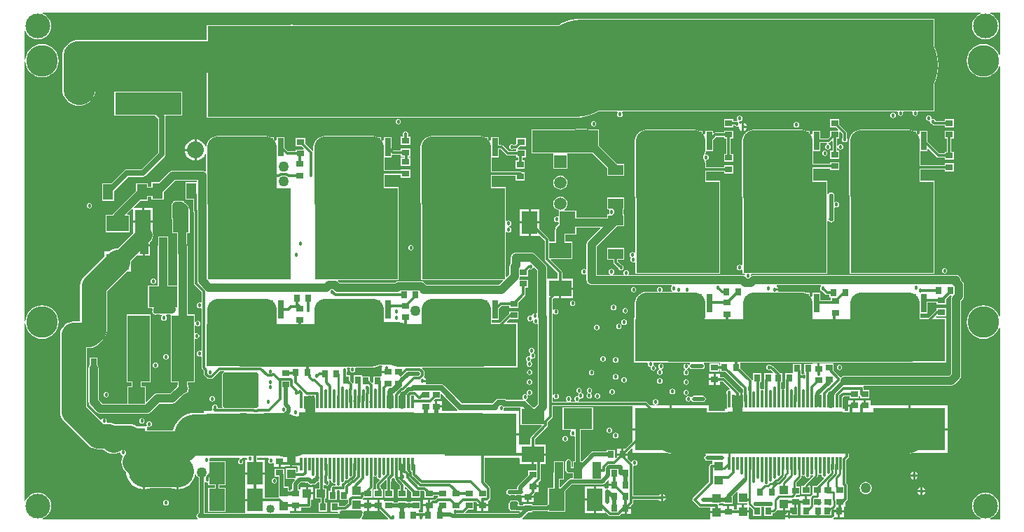
<source format=gbl>
G04 Layer_Physical_Order=4*
G04 Layer_Color=16711680*
%FSLAX25Y25*%
%MOIN*%
G70*
G01*
G75*
%ADD14R,0.04331X0.03937*%
%ADD15R,0.03937X0.04331*%
%ADD16R,0.03543X0.03150*%
%ADD17R,0.03150X0.03543*%
%ADD19R,0.07480X0.10630*%
%ADD21R,0.03937X0.07874*%
%ADD22R,0.13780X0.09843*%
%ADD29R,0.10630X0.07480*%
%ADD45C,0.00984*%
%ADD46C,0.03937*%
%ADD47C,0.01181*%
%ADD48C,0.19685*%
%ADD49C,0.01969*%
%ADD50C,0.02756*%
%ADD52C,0.14961*%
%ADD54C,0.07874*%
%ADD64C,0.15000*%
%ADD65R,0.05906X0.05906*%
%ADD66C,0.05906*%
%ADD67C,0.11811*%
%ADD68C,0.01800*%
%ADD69C,0.05000*%
%ADD70C,0.02200*%
%ADD71C,0.02598*%
%ADD72C,0.02300*%
%ADD73C,0.02100*%
%ADD74C,0.02500*%
%ADD75C,0.04000*%
%ADD76C,0.02000*%
%ADD77C,0.03000*%
%ADD78C,0.08000*%
%ADD79R,0.31496X0.10630*%
%ADD80R,0.02559X0.09449*%
%ADD81R,0.39744X0.43307*%
%ADD82R,0.02953X0.08996*%
%ADD83R,0.34449X0.20472*%
%ADD84R,0.07441X0.04882*%
%ADD85R,0.04882X0.07441*%
%ADD86R,0.07874X0.07874*%
%ADD87R,0.01181X0.06102*%
%ADD88R,0.55118X0.20079*%
%ADD89R,0.10630X0.31496*%
%ADD90C,0.04724*%
%ADD91C,0.11811*%
%ADD92C,0.09843*%
%ADD93C,0.20472*%
%ADD94C,0.43307*%
G36*
X197029Y144204D02*
X197209Y144239D01*
X197643Y144017D01*
X197699Y143866D01*
X197773Y143495D01*
X198060Y143065D01*
X198490Y142778D01*
X198998Y142677D01*
X199166Y142710D01*
X199595Y142551D01*
X199679Y142341D01*
X199741Y142027D01*
X199753Y142010D01*
X199485Y141510D01*
X198500D01*
X198114Y141433D01*
X197786Y141214D01*
X197567Y140886D01*
X197490Y140500D01*
Y139172D01*
X196269D01*
Y134828D01*
X200219D01*
Y139172D01*
X200587Y139490D01*
X201413D01*
X201781Y139172D01*
Y134828D01*
X205531D01*
Y133463D01*
X204078Y132010D01*
X201231D01*
Y133672D01*
X197281D01*
Y129328D01*
X200819D01*
X201089Y129000D01*
Y128492D01*
X178327D01*
X177969Y128835D01*
Y129669D01*
X180000D01*
Y132244D01*
X181000D01*
Y129669D01*
X183272D01*
Y131234D01*
X186856D01*
X187243Y131311D01*
X187571Y131530D01*
X187790Y131858D01*
X187866Y132244D01*
Y135031D01*
X189165D01*
Y137500D01*
X186000D01*
Y138000D01*
X185500D01*
Y140969D01*
X182835D01*
Y140163D01*
X182672Y139731D01*
X181911D01*
Y141915D01*
X183085Y143089D01*
X184912D01*
X184915Y143087D01*
X185500Y142971D01*
X186085Y143087D01*
X186088Y143089D01*
X186415D01*
X186586Y142918D01*
X186587Y142915D01*
X186919Y142419D01*
X187415Y142087D01*
X188000Y141971D01*
X188585Y142087D01*
X188588Y142089D01*
X189500D01*
X190040Y142196D01*
X190498Y142502D01*
X190804Y142960D01*
X190819Y143034D01*
X191085Y143087D01*
X191581Y143419D01*
X191582Y143420D01*
X192082Y143268D01*
Y140368D01*
X190128D01*
Y135632D01*
X192734D01*
Y133672D01*
X191769D01*
Y129328D01*
X195719D01*
Y133672D01*
X194754D01*
Y135632D01*
X195258D01*
Y140368D01*
X194102D01*
Y141852D01*
X194406Y141991D01*
X194602Y142036D01*
X194993Y141775D01*
X195500Y141674D01*
X196007Y141775D01*
X196437Y142063D01*
X196725Y142493D01*
X196826Y143000D01*
X196725Y143507D01*
X196534Y143792D01*
X196803Y144249D01*
X197029Y144204D01*
D02*
G37*
G36*
X492997Y231828D02*
X492931Y231743D01*
X492693Y231166D01*
X492611Y230548D01*
X492611Y230548D01*
Y194990D01*
X491510Y193889D01*
X442009D01*
X441390Y193807D01*
X440814Y193569D01*
X440430Y193274D01*
X440416Y193269D01*
X440002Y193296D01*
X439819Y193358D01*
X439764Y193440D01*
X436672Y196532D01*
Y199731D01*
X432328D01*
X432272Y199831D01*
X430000D01*
Y197256D01*
X429000D01*
Y199831D01*
X426728D01*
Y199672D01*
X422781D01*
Y195328D01*
X422898D01*
X422918Y195252D01*
X422513Y194823D01*
X422500Y194825D01*
X421993Y194725D01*
X421968Y194708D01*
X421468Y194975D01*
Y196286D01*
X421391Y196672D01*
X421219Y196930D01*
Y199672D01*
X417269D01*
Y195328D01*
X416834Y195172D01*
X413781D01*
Y192425D01*
X413620Y192183D01*
X413543Y191797D01*
Y187940D01*
X413129Y187665D01*
X413043Y187650D01*
X412584Y187741D01*
X412126Y187650D01*
X412039Y187665D01*
X411626Y187940D01*
Y190828D01*
X412219D01*
Y195172D01*
X411158D01*
X410958Y195470D01*
X407714Y198714D01*
X407386Y198933D01*
X407000Y199010D01*
X406828D01*
X406507Y199225D01*
X406000Y199326D01*
X405493Y199225D01*
X405063Y198937D01*
X404775Y198507D01*
X404674Y198000D01*
X404775Y197493D01*
X405063Y197063D01*
X405493Y196775D01*
X406000Y196675D01*
X406507Y196775D01*
X406680Y196891D01*
X408020Y195552D01*
X407693Y195172D01*
X403781D01*
Y192347D01*
X403777Y192341D01*
X403700Y191954D01*
Y187783D01*
X403287Y187508D01*
X403200Y187493D01*
X402742Y187584D01*
X402560Y187548D01*
X402219Y187513D01*
X402017Y187911D01*
X401998Y188007D01*
X401783Y188328D01*
Y190828D01*
X402219D01*
Y195172D01*
X398269D01*
Y191856D01*
X397769Y191806D01*
X397550Y192134D01*
X392231Y197453D01*
Y200172D01*
X392657Y200351D01*
X472676D01*
X473094Y200383D01*
X490300D01*
Y221656D01*
X485622D01*
X485415Y222156D01*
X485616Y222357D01*
X485828Y222269D01*
Y222269D01*
X490172D01*
Y226219D01*
X485828D01*
Y225240D01*
X485513Y225177D01*
X485186Y224958D01*
X481883Y221656D01*
X478049D01*
Y223602D01*
X481376D01*
Y228746D01*
X485828D01*
Y227781D01*
X490172D01*
Y230499D01*
X492001Y232328D01*
X492750D01*
X492997Y231828D01*
D02*
G37*
G36*
X287785Y178750D02*
Y170470D01*
X297734D01*
X297926Y170008D01*
X292786Y164868D01*
X292567Y164541D01*
X292490Y164154D01*
Y161240D01*
X287185D01*
X286900Y161622D01*
Y165500D01*
X268676D01*
Y166500D01*
X286900D01*
Y177236D01*
X279780D01*
X279553Y177736D01*
X279725Y177993D01*
X279825Y178500D01*
X280263Y178865D01*
X287333D01*
X287785Y178750D01*
D02*
G37*
G36*
X257817Y177736D02*
X257813Y177659D01*
X257656Y177236D01*
X250451D01*
X250272Y177662D01*
Y178744D01*
X247500D01*
Y179244D01*
X247000D01*
Y181819D01*
X246645D01*
X246453Y182281D01*
X246954Y182781D01*
X249672D01*
Y185228D01*
X250134Y185419D01*
X257817Y177736D01*
D02*
G37*
G36*
X429793Y146975D02*
X430301Y146874D01*
X430469Y146907D01*
X430898Y146748D01*
X430982Y146538D01*
X431044Y146224D01*
X431332Y145794D01*
X431762Y145506D01*
X431971Y145465D01*
X432136Y144922D01*
X428700Y141487D01*
X426828D01*
Y137537D01*
X426442Y137262D01*
X426216Y137110D01*
X425693Y136588D01*
X425684Y136575D01*
X424000D01*
Y134000D01*
X423000D01*
Y136575D01*
X420728D01*
Y136319D01*
X418759D01*
X418567Y136781D01*
X418643Y136857D01*
X418840Y137152D01*
X418866Y137281D01*
X420672D01*
Y141231D01*
X418910D01*
Y143185D01*
X421101Y145376D01*
X421298Y145671D01*
X421368Y146019D01*
Y146250D01*
X421868Y146517D01*
X421919Y146483D01*
X422427Y146382D01*
X422934Y146483D01*
X423166Y146058D01*
X423171Y146034D01*
X423458Y145604D01*
X423888Y145316D01*
X424395Y145215D01*
X424902Y145316D01*
X425332Y145604D01*
X425620Y146034D01*
X425682Y146348D01*
X425766Y146557D01*
X426195Y146717D01*
X426364Y146684D01*
X426695Y146750D01*
X426941Y146289D01*
X422857Y142205D01*
X422660Y141910D01*
X422590Y141561D01*
Y141487D01*
X421328D01*
Y137537D01*
X425672D01*
Y141487D01*
X425365D01*
X425174Y141949D01*
X428975Y145750D01*
X429172Y146045D01*
X429242Y146393D01*
Y146742D01*
X429742Y147009D01*
X429793Y146975D01*
D02*
G37*
G36*
X167947Y154264D02*
X167775Y154007D01*
X167675Y153500D01*
X167775Y152993D01*
X168063Y152563D01*
X168493Y152275D01*
X169000Y152174D01*
X169507Y152275D01*
X169728Y152423D01*
X170228Y152167D01*
Y150681D01*
X172500D01*
Y153256D01*
X173500D01*
Y150681D01*
X175772D01*
Y150835D01*
X178000D01*
Y154000D01*
X179000D01*
Y150835D01*
X181468D01*
X181659Y150414D01*
Y148172D01*
X181159Y147915D01*
X180868Y148098D01*
Y149872D01*
X176131D01*
Y144742D01*
X180093D01*
X180284Y144280D01*
X179502Y143498D01*
X179196Y143040D01*
X179089Y142500D01*
Y139731D01*
X178328D01*
Y139167D01*
X177368D01*
Y141258D01*
X175411D01*
Y146744D01*
X175304Y147284D01*
X175172Y147482D01*
Y149719D01*
X170828D01*
Y145769D01*
X172589D01*
Y139256D01*
X172632Y139040D01*
Y136128D01*
X172264Y135807D01*
X166071D01*
Y141112D01*
X166071D01*
Y141149D01*
X166071D01*
Y146964D01*
X161331D01*
X156591D01*
Y141149D01*
X156590D01*
Y141112D01*
X156591D01*
Y135297D01*
X161331D01*
Y134297D01*
X156591D01*
Y128492D01*
X137411D01*
Y143063D01*
X137911Y143330D01*
X137993Y143275D01*
X138500Y143175D01*
X138580Y143191D01*
X139080Y142780D01*
Y141749D01*
X142210D01*
Y140512D01*
X139080D01*
Y129082D01*
X147361D01*
Y140512D01*
X144230D01*
Y141749D01*
X147361D01*
Y153179D01*
X140127D01*
X139728Y153679D01*
X139754Y153808D01*
X139663Y154264D01*
X139682Y154358D01*
X139954Y154764D01*
X153833D01*
X153893Y154595D01*
X153916Y154264D01*
X153563Y154028D01*
X153275Y153598D01*
X153174Y153090D01*
X153275Y152583D01*
X153563Y152153D01*
X153993Y151866D01*
X154500Y151765D01*
X155007Y151866D01*
X155437Y152153D01*
X155725Y152583D01*
X155825Y153090D01*
X155725Y153598D01*
X155437Y154028D01*
X155084Y154264D01*
X155107Y154595D01*
X155167Y154764D01*
X157380D01*
X157627Y154464D01*
X157663Y154279D01*
X157418Y153867D01*
X157320Y153779D01*
X156591D01*
Y147964D01*
X161331D01*
X166071D01*
Y153779D01*
X162341D01*
Y154764D01*
X167720D01*
X167947Y154264D01*
D02*
G37*
G36*
X219422Y145668D02*
X219426Y145644D01*
X219714Y145214D01*
X220144Y144926D01*
X220411Y144873D01*
X220587Y144342D01*
X219286Y143041D01*
X219067Y142713D01*
X218990Y142326D01*
Y140673D01*
X219067Y140287D01*
X219105Y140231D01*
X218837Y139731D01*
X217828D01*
Y135781D01*
X222172D01*
Y139731D01*
X221773D01*
Y139911D01*
X221696Y140297D01*
X221477Y140625D01*
X221010Y141092D01*
Y141908D01*
X223353Y144251D01*
X223896Y144087D01*
X223915Y143993D01*
X224129Y143672D01*
Y139731D01*
X222967D01*
Y135781D01*
X227311D01*
Y139731D01*
X226149D01*
Y143672D01*
X226364Y143993D01*
X226465Y144500D01*
X226364Y145007D01*
X226356Y145018D01*
X226834Y145496D01*
X227406Y145360D01*
X227588Y145088D01*
X227902Y144877D01*
Y144460D01*
X227979Y144073D01*
X228198Y143746D01*
X230486Y141458D01*
Y139731D01*
X229324D01*
Y135781D01*
X233667D01*
Y139731D01*
X232505D01*
Y141021D01*
X232967Y141212D01*
X235680Y138499D01*
Y135781D01*
X240024D01*
Y139328D01*
X241744D01*
X242037Y139035D01*
Y135781D01*
X246380D01*
Y136746D01*
X248393D01*
Y135819D01*
X248383D01*
X247997Y135742D01*
X247669Y135524D01*
X247155Y135010D01*
X246000D01*
X245614Y134933D01*
X245443Y134819D01*
X244709D01*
Y132244D01*
X244209D01*
Y131744D01*
X241437D01*
Y130272D01*
X241169D01*
Y129010D01*
X239331D01*
Y130269D01*
X240024D01*
Y134219D01*
X235680D01*
Y134157D01*
X235571Y134049D01*
X235180Y133826D01*
X234674Y133926D01*
X234167Y133826D01*
X233777Y134049D01*
X233667Y134157D01*
Y134219D01*
X229324D01*
Y133656D01*
X227311D01*
Y134219D01*
X222967D01*
X222772Y134638D01*
Y134819D01*
X220500D01*
Y132244D01*
Y129669D01*
X221146D01*
X224745Y126070D01*
X224554Y125609D01*
X212291D01*
X212198Y125733D01*
X212069Y126109D01*
X212304Y126460D01*
X212333Y126605D01*
X212370Y126630D01*
X212790Y127259D01*
X212937Y128000D01*
X212830Y128540D01*
X212911Y128950D01*
X212868Y129169D01*
X213240Y129669D01*
X214500D01*
Y132244D01*
Y134819D01*
X212721D01*
X212587Y135319D01*
X212593Y135323D01*
X213051Y135781D01*
X217172D01*
Y139731D01*
X217172Y139731D01*
X217172D01*
X217341Y140169D01*
X217428Y140256D01*
X217647Y140583D01*
X217724Y140970D01*
Y145793D01*
X218137Y146068D01*
X218224Y146083D01*
X218683Y145992D01*
X219190Y146093D01*
X219422Y145668D01*
D02*
G37*
G36*
X430823Y236611D02*
X430563Y236437D01*
X430275Y236007D01*
X430174Y235500D01*
X430275Y234993D01*
X430563Y234563D01*
X430993Y234275D01*
X431372Y234200D01*
X432786Y232786D01*
X433113Y232567D01*
X433500Y232490D01*
X434769D01*
Y231328D01*
X435328D01*
Y229766D01*
X430376D01*
Y233398D01*
X426624D01*
Y231838D01*
X426161Y231500D01*
X426124Y231501D01*
X425483Y232281D01*
X425376Y232369D01*
Y233398D01*
X423827D01*
X423749Y233440D01*
X422746Y233744D01*
X421702Y233847D01*
X410570D01*
X410307Y234347D01*
X410338Y234500D01*
X408500D01*
Y235500D01*
X410338D01*
X410290Y235741D01*
X409870Y236370D01*
X409509Y236611D01*
X409660Y237111D01*
X430671D01*
X430823Y236611D01*
D02*
G37*
G36*
X295611Y244133D02*
Y223922D01*
X295111Y223655D01*
X295007Y223725D01*
X294500Y223826D01*
X293993Y223725D01*
X293563Y223437D01*
X293275Y223007D01*
X293226Y222759D01*
X292778Y222486D01*
X292700Y222483D01*
X292248Y222573D01*
X291741Y222473D01*
X291311Y222185D01*
X291023Y221755D01*
X290923Y221248D01*
X291023Y220741D01*
X291311Y220311D01*
X291741Y220023D01*
X292248Y219923D01*
X292755Y220023D01*
X293185Y220311D01*
X293244Y220399D01*
X293715Y220204D01*
X293674Y220000D01*
X293775Y219493D01*
X294063Y219063D01*
X294493Y218775D01*
X295000Y218674D01*
X295380Y218750D01*
X295880Y218469D01*
Y180368D01*
X294262Y178750D01*
X293813D01*
X290604Y181960D01*
X290371Y182115D01*
X290364Y182331D01*
X290433Y182675D01*
X290784Y182909D01*
X291071Y183339D01*
X291172Y183846D01*
X291071Y184354D01*
X290948Y184538D01*
X291308Y184899D01*
X291493Y184775D01*
X292000Y184675D01*
X292507Y184775D01*
X292937Y185063D01*
X293225Y185493D01*
X293325Y186000D01*
X293225Y186507D01*
X292937Y186937D01*
X292507Y187225D01*
X292000Y187326D01*
X291493Y187225D01*
X291063Y186937D01*
X290775Y186507D01*
X290674Y186000D01*
X290775Y185493D01*
X290899Y185308D01*
X290538Y184948D01*
X290354Y185071D01*
X289846Y185172D01*
X289339Y185071D01*
X288909Y184784D01*
X288622Y184354D01*
X288521Y183846D01*
X288622Y183339D01*
X288855Y182991D01*
X288763Y182685D01*
X288635Y182491D01*
X280845D01*
X280303Y182853D01*
X279609Y182991D01*
X277391D01*
X276697Y182853D01*
X276109Y182460D01*
X274540Y180891D01*
X274488Y180813D01*
X259868D01*
X251290Y189391D01*
X250702Y189784D01*
X250008Y189921D01*
X242832D01*
X242564Y190421D01*
X242790Y190759D01*
X242838Y191000D01*
X241000D01*
Y192000D01*
X242838D01*
X242790Y192241D01*
X242370Y192870D01*
X242027Y193099D01*
X241769Y193381D01*
X241880Y193753D01*
X241908Y193796D01*
X241985Y194182D01*
Y195818D01*
X241908Y196204D01*
X241689Y196532D01*
X240926Y197295D01*
X241133Y197795D01*
X268620D01*
X269748Y197883D01*
X286300D01*
Y219156D01*
X281393D01*
X281202Y219618D01*
X282353Y220769D01*
X286672D01*
Y224719D01*
X282328D01*
Y223553D01*
X282186Y223458D01*
X277884Y219156D01*
X274049D01*
Y220602D01*
X277376D01*
Y225948D01*
X278674Y227246D01*
X282328D01*
Y226281D01*
X286672D01*
Y228999D01*
X289714Y232042D01*
X289933Y232369D01*
X290010Y232756D01*
Y235769D01*
X291172D01*
Y239719D01*
X287329D01*
X287257Y239771D01*
X287067Y240071D01*
X287015Y240219D01*
X287167Y240587D01*
X287249Y241205D01*
Y241281D01*
X291172D01*
Y243999D01*
X291966Y244793D01*
X291993Y244775D01*
X292500Y244674D01*
X293007Y244775D01*
X293437Y245063D01*
X293652Y245385D01*
X294205Y245539D01*
X295611Y244133D01*
D02*
G37*
G36*
X325771Y264149D02*
X319811Y258189D01*
X319431Y257695D01*
X319193Y257118D01*
X319111Y256500D01*
X319111Y256500D01*
Y244922D01*
X318611Y244655D01*
X318507Y244725D01*
X318000Y244826D01*
X317493Y244725D01*
X317063Y244437D01*
X316775Y244007D01*
X316674Y243500D01*
X316775Y242993D01*
X317063Y242563D01*
X317493Y242275D01*
X318000Y242175D01*
X318507Y242275D01*
X318611Y242345D01*
X319111Y242077D01*
Y239500D01*
X319193Y238882D01*
X319431Y238305D01*
X319811Y237811D01*
X320305Y237431D01*
X320882Y237193D01*
X321500Y237111D01*
X359671D01*
X359823Y236611D01*
X359563Y236437D01*
X359275Y236007D01*
X359174Y235500D01*
X359275Y234993D01*
X359563Y234563D01*
X359886Y234347D01*
X359779Y233847D01*
X355395D01*
X355127Y234347D01*
X355225Y234493D01*
X355326Y235000D01*
X355225Y235507D01*
X354937Y235937D01*
X354507Y236225D01*
X354000Y236326D01*
X353493Y236225D01*
X353063Y235937D01*
X352775Y235507D01*
X352675Y235000D01*
X352775Y234493D01*
X352873Y234347D01*
X352606Y233847D01*
X347500D01*
X346457Y233744D01*
X345454Y233440D01*
X344529Y232946D01*
X343719Y232281D01*
X343054Y231471D01*
X342560Y230546D01*
X342256Y229543D01*
X342153Y228500D01*
Y221656D01*
X341551D01*
Y200383D01*
X348103D01*
X348374Y199883D01*
X348295Y199484D01*
X348396Y198976D01*
X348683Y198546D01*
X349113Y198259D01*
X349200Y198242D01*
X349618Y198141D01*
X349563Y197698D01*
X349549Y197626D01*
X349649Y197119D01*
X349937Y196689D01*
X350367Y196401D01*
X350874Y196300D01*
X351381Y196401D01*
X351811Y196689D01*
X352099Y197119D01*
X352200Y197626D01*
X352099Y198133D01*
X351811Y198563D01*
X351381Y198851D01*
X351294Y198868D01*
X350876Y198969D01*
X350931Y199411D01*
X350946Y199484D01*
X350866Y199883D01*
X351138Y200383D01*
X358758D01*
X359176Y200351D01*
X359386Y200367D01*
X368439D01*
X368493Y200288D01*
X368360Y199608D01*
X368328Y199587D01*
X368133Y199296D01*
X367626Y199241D01*
X367555Y199261D01*
X367437Y199437D01*
X367007Y199725D01*
X366500Y199826D01*
X365993Y199725D01*
X365563Y199437D01*
X365275Y199007D01*
X365175Y198500D01*
X365275Y197993D01*
X365563Y197563D01*
X365993Y197275D01*
X366096Y197255D01*
Y196745D01*
X365993Y196725D01*
X365563Y196437D01*
X365275Y196007D01*
X365175Y195500D01*
X365275Y194993D01*
X365563Y194563D01*
X365993Y194275D01*
X366500Y194175D01*
X367007Y194275D01*
X367437Y194563D01*
X367725Y194993D01*
X367826Y195500D01*
X367725Y196007D01*
X367437Y196437D01*
X367007Y196725D01*
X366904Y196745D01*
Y197255D01*
X367007Y197275D01*
X367437Y197563D01*
X367599Y197805D01*
X368150Y197835D01*
X368170Y197828D01*
X368328Y197591D01*
X368786Y197285D01*
X369326Y197178D01*
X374000D01*
X374540Y197285D01*
X374998Y197591D01*
X375304Y198049D01*
X375411Y198589D01*
X375304Y199129D01*
X374998Y199587D01*
X374966Y199608D01*
X374833Y200288D01*
X374887Y200367D01*
X382350D01*
X382769Y200172D01*
Y198766D01*
X382172D01*
Y199731D01*
X377828D01*
Y195781D01*
X382172D01*
Y196746D01*
X382769D01*
Y195828D01*
X385487D01*
X393600Y187716D01*
Y185850D01*
X393399D01*
Y181799D01*
X392399D01*
Y185850D01*
X391940D01*
X391933Y185887D01*
X391714Y186214D01*
X384970Y192958D01*
X384642Y193177D01*
X384256Y193254D01*
X382772D01*
Y194819D01*
X380500D01*
Y192244D01*
Y189669D01*
X382772D01*
Y191234D01*
X383838D01*
X387280Y187792D01*
X387033Y187331D01*
X387000Y187338D01*
X386493Y187237D01*
X386063Y186950D01*
X385775Y186520D01*
X385675Y186012D01*
X385775Y185505D01*
X385984Y185194D01*
Y181799D01*
X386003Y181702D01*
Y178348D01*
X385616Y178075D01*
X385010D01*
Y177310D01*
X377400D01*
Y179736D01*
X359676D01*
Y168500D01*
X359176D01*
Y168000D01*
X340951D01*
Y162624D01*
X337599Y159272D01*
X336756D01*
Y157000D01*
X338831D01*
Y157647D01*
X340489Y159305D01*
X340951Y159114D01*
Y157264D01*
X357467D01*
X359033Y156888D01*
X360640Y156761D01*
X375813D01*
X375893Y156510D01*
X375896Y156261D01*
X375502Y155998D01*
X375196Y155540D01*
X375089Y155000D01*
X375196Y154460D01*
X375502Y154002D01*
X375960Y153696D01*
X376500Y153589D01*
X379031D01*
Y152010D01*
X378500D01*
X378114Y151933D01*
X377786Y151714D01*
X377567Y151386D01*
X377490Y151000D01*
Y143418D01*
X369786Y135714D01*
X369567Y135387D01*
X369490Y135000D01*
X369567Y134614D01*
X369786Y134286D01*
X372595Y131476D01*
X372923Y131257D01*
X373309Y131181D01*
X378031D01*
Y129500D01*
X381000D01*
Y128500D01*
X378031D01*
Y125835D01*
X377625Y125609D01*
X288670D01*
X288514Y126000D01*
X288506Y126109D01*
X291277Y128879D01*
X293427D01*
Y129443D01*
X300744D01*
X300750Y129438D01*
Y129285D01*
X309030D01*
Y139144D01*
X312153Y142267D01*
X326542D01*
X327082Y142375D01*
X327540Y142681D01*
X329169Y144310D01*
X329669Y144103D01*
Y142500D01*
X332244D01*
Y141500D01*
X329669D01*
Y140792D01*
X329169Y140394D01*
X329000Y140427D01*
X328454Y140319D01*
X328240Y140176D01*
X327740Y140443D01*
Y141315D01*
X323500D01*
Y135000D01*
Y128685D01*
X327740D01*
Y128685D01*
X328195Y128874D01*
X329545Y127524D01*
X329872Y127305D01*
X330259Y127228D01*
X334229D01*
X334616Y127305D01*
X334943Y127524D01*
X335648Y128228D01*
X337256D01*
Y131000D01*
X337756D01*
Y131500D01*
X340331D01*
Y132147D01*
X341035Y132851D01*
X341254Y133179D01*
X341331Y133565D01*
Y134990D01*
X353390D01*
X353630Y134630D01*
X354259Y134210D01*
X354500Y134162D01*
Y136000D01*
Y137838D01*
X354259Y137790D01*
X353630Y137370D01*
X353390Y137010D01*
X341331D01*
Y150828D01*
X341831Y151208D01*
X342000Y151174D01*
X342507Y151275D01*
X342937Y151563D01*
X343225Y151993D01*
X343325Y152500D01*
X343225Y153007D01*
X342937Y153437D01*
X342507Y153725D01*
X342000Y153825D01*
X341493Y153725D01*
X341063Y153437D01*
X340847Y153115D01*
X340295Y152960D01*
X338831Y154424D01*
Y156000D01*
X336256D01*
X333681D01*
Y155353D01*
X333181Y154853D01*
X332719Y155045D01*
Y158672D01*
X328769D01*
Y157911D01*
X322445D01*
X321905Y157804D01*
X321447Y157498D01*
X317286Y153337D01*
X316356D01*
Y168088D01*
X322235D01*
Y178731D01*
X307655D01*
Y168088D01*
X311637D01*
X311789Y167588D01*
X311563Y167437D01*
X311275Y167007D01*
X311175Y166500D01*
X311275Y165993D01*
X311563Y165563D01*
X311993Y165275D01*
X312500Y165174D01*
X313007Y165275D01*
X313034Y165293D01*
X313533Y165026D01*
Y153337D01*
X312576D01*
Y150411D01*
X311911D01*
Y153000D01*
X311804Y153540D01*
X311498Y153998D01*
X311040Y154304D01*
X310500Y154411D01*
X309960Y154304D01*
X309502Y153998D01*
X309196Y153540D01*
X309089Y153000D01*
Y149000D01*
X309196Y148460D01*
X309502Y148002D01*
X309960Y147696D01*
X310500Y147589D01*
X312576D01*
Y145090D01*
X311568D01*
X311028Y144983D01*
X310571Y144677D01*
X306801Y140907D01*
X306301Y141114D01*
Y144663D01*
X308258D01*
Y153337D01*
X303521D01*
Y148215D01*
X303478Y148000D01*
Y140715D01*
X300750D01*
Y132856D01*
X300160Y132266D01*
X293427D01*
Y132829D01*
X289084D01*
Y132266D01*
X287324D01*
X287225Y132356D01*
X286982Y132766D01*
X287057Y133146D01*
X286950Y133686D01*
X286644Y134144D01*
X286186Y134450D01*
X285646Y134557D01*
X283646D01*
X283105Y134450D01*
X282648Y134144D01*
X282502Y133998D01*
X282196Y133540D01*
X282089Y133000D01*
Y131000D01*
X282196Y130460D01*
X282502Y130002D01*
X282960Y129696D01*
X283500Y129589D01*
X283923Y129673D01*
X284105Y129550D01*
X284646Y129443D01*
X285146Y129542D01*
X285646Y129443D01*
X287195D01*
X287387Y128981D01*
X286898Y128492D01*
X261662D01*
X261455Y128992D01*
X262732Y130269D01*
X265450D01*
Y133800D01*
X266651D01*
X266863Y133587D01*
Y132744D01*
X272406D01*
Y134393D01*
X272531Y134476D01*
X273111Y135057D01*
X273330Y135384D01*
X273407Y135771D01*
Y140321D01*
X273330Y140708D01*
X273111Y141035D01*
X270645Y143502D01*
Y154764D01*
X286900D01*
X287185Y154382D01*
Y151760D01*
X293000D01*
Y156500D01*
X293500D01*
Y157000D01*
X299815D01*
Y161240D01*
X294510D01*
Y163736D01*
X300520Y169746D01*
X300739Y170073D01*
X300816Y170460D01*
Y171887D01*
X302714Y173786D01*
X302933Y174114D01*
X303010Y174500D01*
Y179490D01*
X340951D01*
Y169000D01*
X358676D01*
Y179736D01*
X352359D01*
X352310Y180236D01*
X352507Y180275D01*
X352937Y180563D01*
X353225Y180993D01*
X353326Y181500D01*
X353225Y182007D01*
X352937Y182437D01*
X352507Y182725D01*
X352000Y182826D01*
X351493Y182725D01*
X351063Y182437D01*
X350775Y182007D01*
X350675Y181500D01*
X350775Y180993D01*
X351063Y180563D01*
X351493Y180275D01*
X351690Y180236D01*
X351641Y179736D01*
X349368D01*
X347890Y181214D01*
X347562Y181433D01*
X347176Y181510D01*
X315510D01*
X315358Y182010D01*
X315437Y182063D01*
X315725Y182493D01*
X315787Y182808D01*
X315871Y183017D01*
X316300Y183177D01*
X316469Y183143D01*
X316976Y183244D01*
X317406Y183531D01*
X317693Y183961D01*
X317794Y184468D01*
X317693Y184976D01*
X317406Y185406D01*
X316976Y185693D01*
X316775Y185733D01*
X316583Y186281D01*
X316725Y186493D01*
X316826Y187000D01*
X316725Y187507D01*
X316437Y187937D01*
X316007Y188225D01*
X315500Y188326D01*
X314993Y188225D01*
X314563Y187937D01*
X314275Y187507D01*
X314175Y187000D01*
X314275Y186493D01*
X314563Y186063D01*
X314993Y185775D01*
X315193Y185735D01*
X315385Y185187D01*
X315244Y184976D01*
X315181Y184661D01*
X315098Y184452D01*
X314668Y184292D01*
X314500Y184326D01*
X313993Y184225D01*
X313563Y183937D01*
X313275Y183507D01*
X313175Y183000D01*
X313275Y182493D01*
X313563Y182063D01*
X313642Y182010D01*
X313490Y181510D01*
X311667D01*
X311519Y181945D01*
X311507Y182010D01*
X311788Y182430D01*
X311889Y182937D01*
X311788Y183444D01*
X311500Y183874D01*
X311070Y184162D01*
X310563Y184263D01*
X310056Y184162D01*
X309626Y183874D01*
X309338Y183444D01*
X309238Y182937D01*
X309338Y182430D01*
X309619Y182010D01*
X309607Y181945D01*
X309459Y181510D01*
X303010D01*
Y183409D01*
X303510Y183535D01*
X303720Y183220D01*
X304150Y182933D01*
X304658Y182832D01*
X305165Y182933D01*
X305595Y183220D01*
X305882Y183650D01*
X305983Y184158D01*
X305882Y184665D01*
X305595Y185095D01*
X305165Y185382D01*
X304658Y185483D01*
X304150Y185382D01*
X303720Y185095D01*
X303510Y184780D01*
X303010Y184906D01*
Y223490D01*
X303510Y223642D01*
X303563Y223563D01*
X303993Y223275D01*
X304500Y223175D01*
X305007Y223275D01*
X305437Y223563D01*
X305725Y223993D01*
X305825Y224500D01*
X305725Y225007D01*
X305437Y225437D01*
X305007Y225725D01*
X304500Y225826D01*
X303993Y225725D01*
X303563Y225437D01*
X303510Y225358D01*
X303010Y225510D01*
Y230582D01*
X303188Y230760D01*
X306000D01*
Y235500D01*
X306500D01*
Y236000D01*
X312815D01*
Y240240D01*
X307510D01*
Y243154D01*
X307433Y243541D01*
X307214Y243868D01*
X302074Y249008D01*
X302266Y249470D01*
X312215D01*
Y257750D01*
X308889D01*
Y261285D01*
X314250D01*
Y264611D01*
X325579D01*
X325771Y264149D01*
D02*
G37*
G36*
X391131Y138428D02*
Y133372D01*
X395681D01*
X395799Y132872D01*
X395498Y132409D01*
X394000D01*
Y129744D01*
X396468D01*
Y131336D01*
X396931Y131527D01*
X398269Y130188D01*
Y127328D01*
X402219D01*
Y131589D01*
X403781D01*
Y127328D01*
X407731D01*
Y128590D01*
X408037D01*
X408385Y128660D01*
X408680Y128857D01*
X409568Y129746D01*
X410032Y129835D01*
X410032Y129835D01*
X412500D01*
Y133000D01*
X413500D01*
Y129835D01*
X415969D01*
Y131169D01*
X418000D01*
Y133744D01*
X419000D01*
Y131169D01*
X419252D01*
Y128010D01*
X417110D01*
X416870Y128370D01*
X416241Y128790D01*
X416000Y128838D01*
Y127000D01*
X415500D01*
Y126500D01*
X413662D01*
X413710Y126259D01*
X413810Y126109D01*
X413543Y125609D01*
X396540D01*
X396468Y126079D01*
X396468D01*
Y128744D01*
X393500D01*
Y129244D01*
X393000D01*
Y132409D01*
X390531D01*
Y130254D01*
X389272D01*
Y131819D01*
X387000D01*
Y129244D01*
X386000D01*
Y131819D01*
X383968D01*
Y132165D01*
X382010D01*
Y132191D01*
X381933Y132577D01*
X381899Y132628D01*
X382167Y133128D01*
X383368D01*
Y133344D01*
X384328D01*
Y132781D01*
X388672D01*
Y136676D01*
X390726Y138730D01*
X391131Y138428D01*
D02*
G37*
G36*
X515892Y346922D02*
X515391Y346848D01*
X515334Y347038D01*
X514600Y348410D01*
X513613Y349613D01*
X512410Y350600D01*
X511038Y351334D01*
X509549Y351786D01*
X508000Y351938D01*
X506451Y351786D01*
X504962Y351334D01*
X503590Y350600D01*
X502387Y349613D01*
X501400Y348410D01*
X500666Y347038D01*
X500214Y345549D01*
X500062Y344000D01*
X500214Y342451D01*
X500666Y340962D01*
X501400Y339590D01*
X502387Y338387D01*
X503590Y337400D01*
X504962Y336666D01*
X506451Y336214D01*
X508000Y336062D01*
X509549Y336214D01*
X511038Y336666D01*
X512410Y337400D01*
X513613Y338387D01*
X514600Y339590D01*
X515334Y340962D01*
X515391Y341152D01*
X515892Y341078D01*
Y222422D01*
X515391Y222348D01*
X515334Y222538D01*
X514600Y223910D01*
X513613Y225113D01*
X512410Y226100D01*
X511038Y226834D01*
X509549Y227286D01*
X508000Y227438D01*
X506451Y227286D01*
X504962Y226834D01*
X503590Y226100D01*
X502387Y225113D01*
X501400Y223910D01*
X500666Y222538D01*
X500214Y221049D01*
X500062Y219500D01*
X500214Y217951D01*
X500666Y216462D01*
X501400Y215090D01*
X502387Y213887D01*
X503590Y212900D01*
X504962Y212166D01*
X506451Y211714D01*
X508000Y211562D01*
X509549Y211714D01*
X511038Y212166D01*
X512410Y212900D01*
X513613Y213887D01*
X514600Y215090D01*
X515334Y216462D01*
X515391Y216652D01*
X515892Y216578D01*
Y125609D01*
X511375D01*
X511300Y126109D01*
X511425Y126146D01*
X512520Y126732D01*
X513480Y127520D01*
X514268Y128480D01*
X514854Y129575D01*
X515214Y130764D01*
X515336Y132000D01*
X515214Y133236D01*
X514854Y134425D01*
X514268Y135520D01*
X513480Y136480D01*
X512520Y137268D01*
X511425Y137854D01*
X510236Y138214D01*
X509000Y138336D01*
X507764Y138214D01*
X506575Y137854D01*
X505480Y137268D01*
X504520Y136480D01*
X503732Y135520D01*
X503146Y134425D01*
X502786Y133236D01*
X502664Y132000D01*
X502786Y130764D01*
X503146Y129575D01*
X503732Y128480D01*
X504520Y127520D01*
X505480Y126732D01*
X506575Y126146D01*
X506700Y126109D01*
X506626Y125609D01*
X436722D01*
X436607Y125779D01*
X436528Y126109D01*
X437024Y126604D01*
X437107Y126728D01*
X438756D01*
Y129500D01*
X439256D01*
Y130000D01*
X441831D01*
Y131425D01*
X442272D01*
Y133843D01*
X442976Y134548D01*
X443195Y134876D01*
X443272Y135262D01*
Y141821D01*
X443195Y142208D01*
X442976Y142535D01*
X442734Y142778D01*
Y153806D01*
X443714Y154786D01*
X443933Y155113D01*
X444010Y155500D01*
Y156761D01*
X471211D01*
X472818Y156888D01*
X474385Y157264D01*
X490900D01*
Y168000D01*
X472676D01*
Y168500D01*
X472176D01*
Y179736D01*
X454451D01*
X454272Y180162D01*
Y182319D01*
X452000D01*
Y179744D01*
X451000D01*
Y182319D01*
X449272D01*
Y182319D01*
X447000D01*
Y179744D01*
X446500D01*
Y179244D01*
X443728D01*
Y177310D01*
X442128D01*
Y178075D01*
X441521D01*
X441134Y178348D01*
Y181702D01*
X441153Y181799D01*
Y183696D01*
X441590Y184133D01*
X444328D01*
Y183281D01*
X448672D01*
Y184140D01*
X449172Y184374D01*
X449328Y184244D01*
Y183281D01*
X453672D01*
Y187231D01*
X451010D01*
Y188000D01*
X450933Y188386D01*
X450783Y188611D01*
X450906Y188977D01*
X451005Y189111D01*
X492500D01*
X492500Y189111D01*
X493118Y189192D01*
X493694Y189431D01*
X494189Y189811D01*
X496689Y192311D01*
X496689Y192311D01*
X497069Y192806D01*
X497307Y193382D01*
X497389Y194000D01*
Y229558D01*
X497888Y230058D01*
X497889Y230058D01*
X498268Y230553D01*
X498507Y231129D01*
X498588Y231747D01*
X498588Y231747D01*
Y237253D01*
X498588Y237253D01*
X498507Y237871D01*
X498268Y238447D01*
X497889Y238942D01*
X497888Y238942D01*
X497389Y239441D01*
Y239500D01*
X497307Y240118D01*
X497069Y240694D01*
X496689Y241189D01*
X496195Y241569D01*
X495618Y241808D01*
X495000Y241889D01*
X398622D01*
X398004Y241808D01*
X397792Y241720D01*
X397459Y241849D01*
X397290Y242206D01*
X397564Y242667D01*
X433772D01*
Y267486D01*
X434272Y267638D01*
X434419Y267419D01*
X434915Y267087D01*
X435500Y266971D01*
X436085Y267087D01*
X436581Y267419D01*
X436913Y267915D01*
X437029Y268500D01*
X436913Y269085D01*
X436911Y269088D01*
Y270412D01*
X436913Y270415D01*
X437029Y271000D01*
X436913Y271585D01*
X436911Y271588D01*
Y273412D01*
X436913Y273415D01*
X437029Y274000D01*
X437483Y274282D01*
X437493Y274275D01*
X438000Y274174D01*
X438507Y274275D01*
X438937Y274563D01*
X439225Y274993D01*
X439326Y275500D01*
X439225Y276007D01*
X438937Y276437D01*
X438507Y276725D01*
X438000Y276825D01*
X437493Y276725D01*
X437483Y276718D01*
X437029Y277000D01*
X436913Y277585D01*
X436911Y277588D01*
Y279126D01*
X436913Y279128D01*
X437029Y279714D01*
X436913Y280299D01*
X436581Y280795D01*
X436085Y281127D01*
X435500Y281243D01*
X434915Y281127D01*
X434419Y280795D01*
X434272Y280576D01*
X433772Y280728D01*
Y286774D01*
X427049D01*
Y292722D01*
X435073D01*
Y291757D01*
X439416D01*
Y295707D01*
X435073D01*
Y294742D01*
X427049D01*
Y300846D01*
X430376D01*
Y304734D01*
X433492D01*
X433541Y304234D01*
X433493Y304225D01*
X433063Y303937D01*
X432775Y303507D01*
X432675Y303000D01*
X432775Y302493D01*
X433063Y302063D01*
X433493Y301775D01*
X434000Y301675D01*
X434507Y301775D01*
X434937Y302063D01*
X435225Y302493D01*
X435325Y303000D01*
X435225Y303507D01*
X434937Y303937D01*
X434507Y304225D01*
X434382Y304249D01*
Y304759D01*
X434642Y304811D01*
X434970Y305030D01*
X435772Y305832D01*
X436234Y305641D01*
Y301219D01*
X435073D01*
Y297269D01*
X439416D01*
Y301219D01*
X438254D01*
Y302551D01*
X438754Y302600D01*
X438775Y302493D01*
X439063Y302063D01*
X439493Y301775D01*
X440000Y301675D01*
X440507Y301775D01*
X440937Y302063D01*
X441225Y302493D01*
X441326Y303000D01*
X441225Y303507D01*
X440937Y303937D01*
X440507Y304225D01*
X440000Y304326D01*
X439493Y304225D01*
X439063Y303937D01*
X438775Y303507D01*
X438754Y303400D01*
X438254Y303449D01*
Y306757D01*
X439416D01*
Y309991D01*
X439878Y310182D01*
X440990Y309070D01*
Y307328D01*
X440775Y307007D01*
X440674Y306500D01*
X440775Y305993D01*
X441063Y305563D01*
X441493Y305275D01*
X442000Y305174D01*
X442507Y305275D01*
X442937Y305563D01*
X443225Y305993D01*
X443326Y306500D01*
X443225Y307007D01*
X443010Y307328D01*
Y309488D01*
X442933Y309875D01*
X442714Y310202D01*
X439416Y313501D01*
Y316219D01*
X435073D01*
Y312269D01*
X437791D01*
X438891Y311169D01*
X438699Y310707D01*
X435073D01*
Y307989D01*
X433838Y306754D01*
X430376D01*
Y310642D01*
X426624D01*
Y309082D01*
X426161Y308744D01*
X426124Y308745D01*
X425483Y309525D01*
X425376Y309613D01*
Y310642D01*
X423827D01*
X423749Y310684D01*
X422746Y310988D01*
X421702Y311091D01*
X398500D01*
X397457Y310988D01*
X396454Y310684D01*
X395529Y310190D01*
X394719Y309525D01*
X394054Y308715D01*
X393560Y307790D01*
X393256Y306787D01*
X393153Y305744D01*
Y279720D01*
X393228Y278959D01*
Y246834D01*
X392728Y246577D01*
X392507Y246725D01*
X392000Y246826D01*
X391493Y246725D01*
X391063Y246437D01*
X390775Y246007D01*
X390674Y245500D01*
X390775Y244993D01*
X391063Y244563D01*
X391493Y244275D01*
X392000Y244175D01*
X392507Y244275D01*
X392728Y244423D01*
X393228Y244166D01*
Y242667D01*
X394281D01*
X394616Y242167D01*
X394563Y242018D01*
X394054Y241784D01*
X393996Y241808D01*
X393378Y241889D01*
X393378Y241889D01*
X339422D01*
X339155Y242389D01*
X339225Y242493D01*
X339325Y243000D01*
X339225Y243507D01*
X338937Y243937D01*
X338507Y244225D01*
X338000Y244325D01*
X337493Y244225D01*
X337063Y243937D01*
X336775Y243507D01*
X336674Y243000D01*
X336775Y242493D01*
X336845Y242389D01*
X336578Y241889D01*
X331829D01*
X331677Y242389D01*
X331937Y242563D01*
X332225Y242993D01*
X332326Y243500D01*
X332225Y244007D01*
X331937Y244437D01*
X331507Y244725D01*
X331000Y244826D01*
X330493Y244725D01*
X330063Y244437D01*
X329775Y244007D01*
X329675Y243500D01*
X329775Y242993D01*
X330063Y242563D01*
X330323Y242389D01*
X330171Y241889D01*
X323889D01*
Y255510D01*
X333538Y265159D01*
X337121D01*
Y270841D01*
X336816D01*
Y273096D01*
X337121D01*
Y278778D01*
X328879D01*
Y273096D01*
X329726D01*
X329993Y272596D01*
X329934Y272507D01*
X329833Y272000D01*
X329934Y271493D01*
X330035Y271341D01*
X329768Y270841D01*
X328879D01*
Y269389D01*
X314250D01*
Y272715D01*
X308798D01*
X308628Y273215D01*
X309141Y273609D01*
X309679Y274309D01*
X310016Y275125D01*
X310132Y276000D01*
X310016Y276875D01*
X309679Y277691D01*
X309141Y278391D01*
X308441Y278929D01*
X307625Y279266D01*
X306750Y279382D01*
X305875Y279266D01*
X305059Y278929D01*
X304359Y278391D01*
X303821Y277691D01*
X303484Y276875D01*
X303368Y276000D01*
X303484Y275125D01*
X303821Y274309D01*
X304359Y273609D01*
X305059Y273071D01*
X305529Y272877D01*
X305536Y272874D01*
X305536Y272874D01*
X305875Y272733D01*
X305970Y272715D01*
Y270017D01*
X305525Y269736D01*
X305470Y269732D01*
X305000Y269826D01*
X304493Y269725D01*
X304063Y269437D01*
X303775Y269007D01*
X303675Y268500D01*
X303775Y267993D01*
X304063Y267563D01*
X304493Y267275D01*
X305000Y267175D01*
X305470Y267268D01*
X305525Y267264D01*
X305970Y266983D01*
Y266238D01*
X304811Y265079D01*
X304431Y264584D01*
X304192Y264008D01*
X304111Y263390D01*
X304111Y263390D01*
Y257750D01*
X301204D01*
Y258805D01*
X301128Y259192D01*
X300909Y259520D01*
X296740Y263688D01*
Y266500D01*
X292500D01*
Y260685D01*
X296740D01*
X296740Y260685D01*
Y260685D01*
X297132Y260440D01*
X299184Y258387D01*
Y249460D01*
X299261Y249073D01*
X299480Y248746D01*
X305490Y242736D01*
Y240240D01*
X300389D01*
Y245122D01*
X300307Y245741D01*
X300069Y246317D01*
X299689Y246812D01*
X299689Y246812D01*
X294571Y251930D01*
X294076Y252309D01*
X293500Y252548D01*
X292882Y252629D01*
X292882Y252629D01*
X285500D01*
X284882Y252548D01*
X284306Y252309D01*
X283811Y251930D01*
X283431Y251435D01*
X283192Y250859D01*
X283111Y250241D01*
Y247423D01*
X282791Y247006D01*
X282552Y246430D01*
X282471Y245812D01*
X282471Y245812D01*
Y242195D01*
X281234Y240958D01*
X280772Y241149D01*
Y262166D01*
X281272Y262423D01*
X281493Y262275D01*
X282000Y262175D01*
X282507Y262275D01*
X282937Y262563D01*
X283225Y262993D01*
X283326Y263500D01*
X283225Y264007D01*
X282937Y264437D01*
X282507Y264725D01*
X282404Y264745D01*
Y265255D01*
X282507Y265275D01*
X282937Y265563D01*
X283225Y265993D01*
X283326Y266500D01*
X283225Y267007D01*
X282937Y267437D01*
X282507Y267725D01*
X282000Y267826D01*
X281493Y267725D01*
X281272Y267577D01*
X280772Y267834D01*
Y283774D01*
X274049D01*
Y289222D01*
X285328D01*
Y287013D01*
X289672D01*
Y290963D01*
X288434D01*
X288131Y291165D01*
X287744Y291242D01*
X274049D01*
Y293000D01*
Y297846D01*
X277376D01*
Y301734D01*
X278338D01*
X281042Y299030D01*
X281369Y298811D01*
X281756Y298734D01*
X285828D01*
Y297769D01*
X286734D01*
Y296475D01*
X285328D01*
Y292525D01*
X289672D01*
Y296475D01*
X288754D01*
Y297769D01*
X290172D01*
Y301719D01*
X286510D01*
X286358Y302219D01*
X286458Y302286D01*
X287454Y303281D01*
X290172D01*
Y307231D01*
X285828D01*
Y304513D01*
X285326Y304010D01*
X284328D01*
X284007Y304225D01*
X283500Y304326D01*
X282993Y304225D01*
X282563Y303937D01*
X282275Y303507D01*
X282174Y303000D01*
X282275Y302493D01*
X282563Y302063D01*
X282993Y301775D01*
X283500Y301675D01*
X284007Y301775D01*
X284328Y301990D01*
X285441D01*
X285786Y301749D01*
X285828Y301502D01*
Y300754D01*
X282174D01*
X279470Y303458D01*
X279142Y303677D01*
X278756Y303754D01*
X277376D01*
Y307642D01*
X273624D01*
Y306082D01*
X273161Y305744D01*
X273124Y305745D01*
X272483Y306525D01*
X272376Y306613D01*
Y307642D01*
X270827D01*
X270749Y307684D01*
X269745Y307988D01*
X268702Y308091D01*
X245500D01*
X244457Y307988D01*
X243454Y307684D01*
X242529Y307190D01*
X241719Y306525D01*
X241054Y305715D01*
X240560Y304790D01*
X240256Y303787D01*
X240153Y302744D01*
Y276720D01*
X240228Y275959D01*
Y239667D01*
X279290D01*
X279481Y239205D01*
X277665Y237389D01*
X242941D01*
X242001Y238329D01*
X241506Y238709D01*
X240930Y238948D01*
X240312Y239029D01*
X240312Y239029D01*
X235200D01*
X235200Y239029D01*
X235000Y239003D01*
X234800Y239029D01*
X234800Y239029D01*
X229688D01*
X229070Y238948D01*
X228494Y238709D01*
X228077Y238389D01*
X201612D01*
X201043Y238958D01*
X200770Y239167D01*
X200940Y239667D01*
X229772D01*
Y283774D01*
X223049D01*
Y289722D01*
X230828D01*
Y288269D01*
X235172D01*
Y292219D01*
X230828D01*
Y291742D01*
X223049D01*
Y297846D01*
X226376D01*
Y298914D01*
X226876Y299259D01*
X227000Y299234D01*
X230828D01*
Y298269D01*
X232234D01*
Y297731D01*
X230828D01*
Y293781D01*
X235172D01*
Y297731D01*
X234254D01*
Y298269D01*
X235172D01*
Y302219D01*
X230828D01*
Y301254D01*
X227418D01*
X226376Y302296D01*
Y307642D01*
X222624D01*
Y306082D01*
X222161Y305744D01*
X222124Y305745D01*
X221483Y306525D01*
X221376Y306613D01*
Y307642D01*
X219827D01*
X219749Y307684D01*
X218745Y307988D01*
X217702Y308091D01*
X194500D01*
X193457Y307988D01*
X192454Y307684D01*
X191529Y307190D01*
X190719Y306525D01*
X190054Y305715D01*
X189560Y304790D01*
X189256Y303787D01*
X189153Y302744D01*
Y301213D01*
X188902Y301074D01*
X188653Y301031D01*
X185172Y304513D01*
Y307231D01*
X180828D01*
Y303281D01*
X183546D01*
X184647Y302181D01*
X184455Y301719D01*
X180828D01*
Y300754D01*
X176918D01*
X175376Y302296D01*
Y307642D01*
X171624D01*
Y306082D01*
X171161Y305744D01*
X171124Y305745D01*
X170483Y306525D01*
X170376Y306613D01*
Y307642D01*
X168827D01*
X168749Y307684D01*
X167745Y307988D01*
X166702Y308091D01*
X143500D01*
X142457Y307988D01*
X141454Y307684D01*
X140529Y307190D01*
X139719Y306525D01*
X139054Y305715D01*
X138560Y304790D01*
X138256Y303787D01*
X138206Y303284D01*
X137699Y303234D01*
X137642Y303423D01*
X137178Y304291D01*
X136553Y305053D01*
X135791Y305678D01*
X134923Y306142D01*
X133980Y306428D01*
X133500Y306475D01*
Y301500D01*
Y296525D01*
X133980Y296572D01*
X134923Y296858D01*
X135791Y297323D01*
X136553Y297947D01*
X137178Y298709D01*
X137642Y299577D01*
X137653Y299614D01*
X138153Y299540D01*
Y291415D01*
X137653Y291168D01*
X137405Y291359D01*
X136828Y291597D01*
X136210Y291679D01*
X122290D01*
X121671Y291597D01*
X121095Y291359D01*
X120600Y290979D01*
X120600Y290979D01*
X115742Y286121D01*
X112159D01*
Y283889D01*
X110341D01*
Y285620D01*
X104659D01*
Y282037D01*
X94311Y271689D01*
X93931Y271195D01*
X93701Y270640D01*
X90285D01*
Y262360D01*
X101715D01*
Y270640D01*
X100672D01*
X100481Y271102D01*
X102760Y273381D01*
X103260Y273174D01*
Y268000D01*
X107500D01*
Y273815D01*
X103901D01*
X103693Y274315D01*
X106758Y277379D01*
X110341D01*
Y279111D01*
X112159D01*
Y277880D01*
X117841D01*
Y281463D01*
X123279Y286901D01*
X133821D01*
Y286121D01*
X128222D01*
Y277880D01*
X131943D01*
Y272616D01*
X132020Y272230D01*
X132239Y271902D01*
X132241Y271901D01*
Y256249D01*
X132290Y256001D01*
Y237860D01*
X132367Y237474D01*
X132586Y237146D01*
X135951Y233782D01*
Y229030D01*
X135566Y228765D01*
X135451Y228736D01*
X135000Y228825D01*
X134493Y228725D01*
X134063Y228437D01*
X133775Y228007D01*
X133675Y227500D01*
X133775Y226993D01*
X134063Y226563D01*
X134493Y226275D01*
X135000Y226174D01*
X135451Y226264D01*
X135566Y226235D01*
X135951Y225970D01*
Y206030D01*
X135566Y205765D01*
X135451Y205736D01*
X135000Y205825D01*
X134493Y205725D01*
X134063Y205437D01*
X133775Y205007D01*
X133675Y204500D01*
X133775Y203993D01*
X134063Y203563D01*
X134493Y203275D01*
X135000Y203174D01*
X135451Y203264D01*
X135566Y203235D01*
X135951Y202970D01*
Y197873D01*
X136028Y197487D01*
X136247Y197159D01*
X137100Y196306D01*
Y194717D01*
X137176Y194330D01*
X137395Y194003D01*
X138503Y192895D01*
X138830Y192676D01*
X139217Y192599D01*
X140783D01*
X141170Y192676D01*
X141497Y192895D01*
X144885Y196283D01*
X146779D01*
X146828Y195783D01*
X146720Y195761D01*
X146132Y195368D01*
X145739Y194780D01*
X145601Y194087D01*
Y189362D01*
Y184638D01*
Y179913D01*
X145739Y179220D01*
X145893Y178989D01*
X145626Y178489D01*
X143976D01*
X143566Y178989D01*
X143568Y179000D01*
X143467Y179507D01*
X143180Y179937D01*
X142750Y180225D01*
X142243Y180325D01*
X141735Y180225D01*
X141305Y179937D01*
X141018Y179507D01*
X140917Y179000D01*
X141018Y178493D01*
X141083Y178395D01*
X141052Y178349D01*
X140975Y177962D01*
X141020Y177736D01*
X140776Y177326D01*
X140677Y177236D01*
X136951D01*
Y176274D01*
X132500D01*
X130893Y176148D01*
X129325Y175771D01*
X127836Y175154D01*
X126461Y174312D01*
X125235Y173265D01*
X124188Y172039D01*
X123346Y170664D01*
X122729Y169175D01*
X122445Y167996D01*
X109937D01*
Y169560D01*
X110437Y169827D01*
X110514Y169775D01*
X111021Y169675D01*
X111529Y169775D01*
X111959Y170063D01*
X112246Y170493D01*
X112347Y171000D01*
X112246Y171507D01*
X111959Y171937D01*
X111529Y172225D01*
X111021Y172326D01*
X110514Y172225D01*
X110084Y171937D01*
X109797Y171507D01*
X109696Y171000D01*
X109797Y170493D01*
X109834Y170437D01*
X109567Y169937D01*
X105049D01*
X105005Y169974D01*
X103909Y170559D01*
X102721Y170920D01*
X101485Y171042D01*
X95515D01*
X94514Y170943D01*
X94130Y171148D01*
X92942Y171509D01*
X91706Y171631D01*
X91038D01*
X90752Y172131D01*
X90825Y172500D01*
X90725Y173007D01*
X90437Y173437D01*
X90007Y173725D01*
X89500Y173826D01*
X88993Y173725D01*
X88563Y173437D01*
X88354Y173124D01*
X87798Y172973D01*
X81338Y179432D01*
Y207164D01*
X82390D01*
X83626Y207286D01*
X84814Y207646D01*
X85910Y208232D01*
X86870Y209020D01*
X88980Y211130D01*
X89768Y212090D01*
X90354Y213186D01*
X90714Y214374D01*
X90836Y215610D01*
Y234265D01*
X100220Y243650D01*
X102315D01*
Y248176D01*
X102336Y248390D01*
X102323Y248526D01*
X105070Y251273D01*
X105532Y251082D01*
Y251063D01*
X108000D01*
Y256000D01*
X108500D01*
Y256500D01*
X111469D01*
Y257672D01*
X111593Y257797D01*
X112288Y258702D01*
X112725Y259758D01*
X112874Y260890D01*
Y261000D01*
X112740Y262020D01*
Y267000D01*
X108000D01*
X103260D01*
Y261836D01*
X96136Y254712D01*
X96000Y254726D01*
X94764Y254604D01*
X93575Y254243D01*
X92480Y253658D01*
X91837Y253130D01*
X89685D01*
Y251035D01*
X80020Y241370D01*
X79232Y240410D01*
X78646Y239314D01*
X78286Y238126D01*
X78164Y236890D01*
Y219836D01*
X75002D01*
X73766Y219714D01*
X72578Y219354D01*
X71482Y218768D01*
X70522Y217980D01*
X69734Y217020D01*
X69149Y215925D01*
X68788Y214736D01*
X68666Y213500D01*
Y176807D01*
X68788Y175571D01*
X69149Y174383D01*
X69734Y173287D01*
X70522Y172327D01*
X82035Y160814D01*
X82995Y160026D01*
X84091Y159441D01*
X85279Y159080D01*
X86515Y158958D01*
X89081D01*
X89425Y158615D01*
X90385Y157827D01*
X91480Y157241D01*
X92669Y156881D01*
X93905Y156759D01*
X95141Y156881D01*
X96330Y157241D01*
X96690Y157434D01*
X97242Y157162D01*
X97275Y156993D01*
X97563Y156563D01*
X97993Y156275D01*
X98162Y156242D01*
X98434Y155691D01*
X98241Y155330D01*
X97881Y154141D01*
X97759Y152905D01*
X97881Y151669D01*
X98241Y150480D01*
X98827Y149385D01*
X99615Y148425D01*
X100011Y148029D01*
X100079Y147166D01*
X100391Y145865D01*
X100903Y144629D01*
X101602Y143488D01*
X102471Y142471D01*
X103488Y141602D01*
X104629Y140903D01*
X105865Y140391D01*
X107166Y140079D01*
X108000Y140013D01*
Y148500D01*
X109000D01*
Y140013D01*
X109834Y140079D01*
X111135Y140391D01*
X111595Y140582D01*
X121405D01*
X121865Y140391D01*
X123166Y140079D01*
X124000Y140013D01*
Y148500D01*
X125000D01*
Y140013D01*
X125834Y140079D01*
X127135Y140391D01*
X128371Y140903D01*
X129512Y141602D01*
X130529Y142471D01*
X131398Y143488D01*
X132097Y144629D01*
X132609Y145865D01*
X132827Y146775D01*
X133352Y146816D01*
X133467Y146537D01*
X133932Y145932D01*
X134537Y145467D01*
X134589Y145446D01*
Y128866D01*
X133902Y128179D01*
X133596Y127721D01*
X133489Y127181D01*
X133596Y126641D01*
X133902Y126183D01*
X133977Y126109D01*
X133969Y126000D01*
X133812Y125609D01*
X60374D01*
X60300Y126109D01*
X60425Y126146D01*
X61520Y126732D01*
X62480Y127520D01*
X63268Y128480D01*
X63854Y129575D01*
X64214Y130764D01*
X64336Y132000D01*
X64214Y133236D01*
X63854Y134425D01*
X63268Y135520D01*
X62480Y136480D01*
X61520Y137268D01*
X60425Y137854D01*
X59236Y138214D01*
X58000Y138336D01*
X56764Y138214D01*
X55575Y137854D01*
X54480Y137268D01*
X53520Y136480D01*
X52732Y135520D01*
X52146Y134425D01*
X52109Y134300D01*
X51609Y134374D01*
Y219001D01*
X52109Y219025D01*
X52214Y217951D01*
X52666Y216462D01*
X53400Y215090D01*
X54387Y213887D01*
X55590Y212900D01*
X56962Y212166D01*
X58451Y211714D01*
X60000Y211562D01*
X61549Y211714D01*
X63038Y212166D01*
X64410Y212900D01*
X65613Y213887D01*
X66600Y215090D01*
X67334Y216462D01*
X67786Y217951D01*
X67938Y219500D01*
X67786Y221049D01*
X67334Y222538D01*
X66600Y223910D01*
X65613Y225113D01*
X64410Y226100D01*
X63038Y226834D01*
X61549Y227286D01*
X60000Y227438D01*
X58451Y227286D01*
X56962Y226834D01*
X55590Y226100D01*
X54387Y225113D01*
X53400Y223910D01*
X52666Y222538D01*
X52214Y221049D01*
X52109Y219975D01*
X51609Y219999D01*
Y343501D01*
X52109Y343525D01*
X52214Y342451D01*
X52666Y340962D01*
X53400Y339590D01*
X54387Y338387D01*
X55590Y337400D01*
X56962Y336666D01*
X58451Y336214D01*
X60000Y336062D01*
X61549Y336214D01*
X63038Y336666D01*
X64410Y337400D01*
X65613Y338387D01*
X66600Y339590D01*
X67334Y340962D01*
X67786Y342451D01*
X67938Y344000D01*
X67786Y345549D01*
X67334Y347038D01*
X66600Y348410D01*
X65613Y349613D01*
X64410Y350600D01*
X63038Y351334D01*
X61549Y351786D01*
X60000Y351938D01*
X58451Y351786D01*
X56962Y351334D01*
X55590Y350600D01*
X54387Y349613D01*
X53400Y348410D01*
X52666Y347038D01*
X52214Y345549D01*
X52109Y344475D01*
X51609Y344499D01*
Y358125D01*
X52109Y358200D01*
X52146Y358075D01*
X52732Y356980D01*
X53520Y356020D01*
X54480Y355232D01*
X55575Y354646D01*
X56764Y354286D01*
X58000Y354164D01*
X59236Y354286D01*
X60425Y354646D01*
X61520Y355232D01*
X62480Y356020D01*
X63268Y356980D01*
X63854Y358075D01*
X64214Y359264D01*
X64336Y360500D01*
X64214Y361736D01*
X63854Y362925D01*
X63268Y364020D01*
X62480Y364980D01*
X61520Y365768D01*
X60425Y366354D01*
X60300Y366391D01*
X60374Y366892D01*
X506626D01*
X506700Y366391D01*
X506575Y366354D01*
X505480Y365768D01*
X504520Y364980D01*
X503732Y364020D01*
X503146Y362925D01*
X502786Y361736D01*
X502664Y360500D01*
X502786Y359264D01*
X503146Y358075D01*
X503732Y356980D01*
X504520Y356020D01*
X505480Y355232D01*
X506575Y354646D01*
X507764Y354286D01*
X509000Y354164D01*
X510236Y354286D01*
X511425Y354646D01*
X512520Y355232D01*
X513480Y356020D01*
X514268Y356980D01*
X514854Y358075D01*
X515214Y359264D01*
X515336Y360500D01*
X515214Y361736D01*
X514854Y362925D01*
X514268Y364020D01*
X513480Y364980D01*
X512520Y365768D01*
X511425Y366354D01*
X511300Y366391D01*
X511375Y366892D01*
X515892D01*
Y346922D01*
D02*
G37*
G36*
X221840Y198367D02*
X221818Y198331D01*
X221728D01*
Y196256D01*
X224500D01*
Y195256D01*
X221728D01*
Y194071D01*
X221487Y193672D01*
X217537D01*
Y190842D01*
X217037Y190635D01*
X215975Y191698D01*
Y193672D01*
X212231D01*
Y194172D01*
X208281D01*
Y190590D01*
X207817Y190290D01*
X207781Y190294D01*
X207586Y190587D01*
X206719Y191454D01*
Y194172D01*
X205003D01*
Y195896D01*
X205217Y196217D01*
X205318Y196725D01*
X205217Y197232D01*
X205138Y197351D01*
X205405Y197851D01*
X206308D01*
X206576Y197351D01*
X206572Y197345D01*
X206471Y196838D01*
X206572Y196330D01*
X206859Y195900D01*
X207289Y195613D01*
X207797Y195512D01*
X208304Y195613D01*
X208734Y195900D01*
X209021Y196330D01*
X209122Y196838D01*
X209021Y197345D01*
X209017Y197351D01*
X209285Y197851D01*
X216083D01*
X217752Y197982D01*
X219380Y198373D01*
X220573Y198867D01*
X221556D01*
X221840Y198367D01*
D02*
G37*
%LPC*%
G36*
X189165Y140969D02*
X186500D01*
Y138500D01*
X189165D01*
Y140969D01*
D02*
G37*
G36*
X439500Y199326D02*
X438993Y199225D01*
X438563Y198937D01*
X438275Y198507D01*
X438174Y198000D01*
X438275Y197493D01*
X438563Y197063D01*
X438993Y196775D01*
X439500Y196675D01*
X440007Y196775D01*
X440437Y197063D01*
X440725Y197493D01*
X440826Y198000D01*
X440725Y198507D01*
X440437Y198937D01*
X440007Y199225D01*
X439500Y199326D01*
D02*
G37*
G36*
X250272Y181819D02*
X248000D01*
Y179744D01*
X250272D01*
Y181819D01*
D02*
G37*
G36*
X170500Y145326D02*
X169993Y145225D01*
X169563Y144937D01*
X169275Y144507D01*
X169175Y144000D01*
X169275Y143493D01*
X169563Y143063D01*
X169993Y142775D01*
X170500Y142675D01*
X171007Y142775D01*
X171437Y143063D01*
X171725Y143493D01*
X171826Y144000D01*
X171725Y144507D01*
X171437Y144937D01*
X171007Y145225D01*
X170500Y145326D01*
D02*
G37*
G36*
X243709Y134819D02*
X241437D01*
Y132744D01*
X243709D01*
Y134819D01*
D02*
G37*
G36*
X219500Y134819D02*
X215500D01*
Y132244D01*
Y129669D01*
X219500D01*
Y132244D01*
Y134819D01*
D02*
G37*
G36*
X292000Y192325D02*
X291493Y192225D01*
X291063Y191937D01*
X290775Y191507D01*
X290674Y191000D01*
X290775Y190493D01*
X291063Y190063D01*
X291493Y189775D01*
X292000Y189674D01*
X292507Y189775D01*
X292937Y190063D01*
X293225Y190493D01*
X293325Y191000D01*
X293225Y191507D01*
X292937Y191937D01*
X292507Y192225D01*
X292000Y192325D01*
D02*
G37*
G36*
X292158Y196983D02*
X291650Y196882D01*
X291220Y196595D01*
X290933Y196165D01*
X290832Y195658D01*
X290933Y195150D01*
X291220Y194720D01*
X291650Y194433D01*
X292158Y194332D01*
X292665Y194433D01*
X293095Y194720D01*
X293382Y195150D01*
X293483Y195658D01*
X293382Y196165D01*
X293095Y196595D01*
X292665Y196882D01*
X292158Y196983D01*
D02*
G37*
G36*
X293000Y207326D02*
X292493Y207225D01*
X292063Y206937D01*
X291775Y206507D01*
X291674Y206000D01*
X291775Y205493D01*
X292063Y205063D01*
X292331Y204884D01*
X292479Y204599D01*
X292453Y204274D01*
X292275Y204007D01*
X292206Y203656D01*
X292123Y203476D01*
X291708Y203284D01*
X291500Y203326D01*
X290993Y203225D01*
X290563Y202937D01*
X290275Y202507D01*
X290175Y202000D01*
X290275Y201493D01*
X290563Y201063D01*
X290713Y200962D01*
X290929Y200598D01*
X290832Y200327D01*
X290681Y200102D01*
X290580Y199594D01*
X290681Y199087D01*
X290968Y198657D01*
X291398Y198370D01*
X291905Y198269D01*
X292413Y198370D01*
X292843Y198657D01*
X293130Y199087D01*
X293231Y199594D01*
X293130Y200102D01*
X292843Y200532D01*
X292693Y200632D01*
X292477Y200996D01*
X292574Y201267D01*
X292725Y201493D01*
X292794Y201844D01*
X292877Y202024D01*
X293292Y202216D01*
X293500Y202174D01*
X294007Y202275D01*
X294437Y202563D01*
X294725Y202993D01*
X294826Y203500D01*
X294725Y204007D01*
X294437Y204437D01*
X294169Y204616D01*
X294021Y204901D01*
X294047Y205226D01*
X294225Y205493D01*
X294325Y206000D01*
X294225Y206507D01*
X293937Y206937D01*
X293507Y207225D01*
X293000Y207326D01*
D02*
G37*
G36*
X366500Y187326D02*
X365993Y187225D01*
X365563Y186937D01*
X365275Y186507D01*
X365175Y186000D01*
X365275Y185493D01*
X365563Y185063D01*
X365993Y184775D01*
X366500Y184675D01*
X367007Y184775D01*
X367437Y185063D01*
X367725Y185493D01*
X367826Y186000D01*
X367725Y186507D01*
X367437Y186937D01*
X367007Y187225D01*
X366500Y187326D01*
D02*
G37*
G36*
X335756Y159272D02*
X333681D01*
Y157000D01*
X335756D01*
Y159272D01*
D02*
G37*
G36*
X374500Y184411D02*
X370284D01*
X369744Y184304D01*
X369286Y183998D01*
X369141Y183781D01*
X368554Y183763D01*
X368437Y183937D01*
X368007Y184225D01*
X367500Y184326D01*
X366993Y184225D01*
X366563Y183937D01*
X366275Y183507D01*
X366175Y183000D01*
X366275Y182493D01*
X366563Y182063D01*
X366993Y181775D01*
X367500Y181675D01*
X368007Y181775D01*
X368437Y182063D01*
X368554Y182237D01*
X369141Y182219D01*
X369286Y182002D01*
X369744Y181696D01*
X370284Y181589D01*
X374500D01*
X375040Y181696D01*
X375498Y182002D01*
X375804Y182460D01*
X375911Y183000D01*
X375804Y183540D01*
X375498Y183998D01*
X375040Y184304D01*
X374500Y184411D01*
D02*
G37*
G36*
X331358Y187683D02*
X330850Y187582D01*
X330420Y187295D01*
X330133Y186865D01*
X330032Y186357D01*
X330133Y185850D01*
X330420Y185420D01*
X330850Y185133D01*
X331358Y185032D01*
X331865Y185133D01*
X332295Y185420D01*
X332582Y185850D01*
X332683Y186357D01*
X332582Y186865D01*
X332295Y187295D01*
X331865Y187582D01*
X331358Y187683D01*
D02*
G37*
G36*
X360000Y187826D02*
X359493Y187725D01*
X359063Y187437D01*
X358775Y187007D01*
X358675Y186500D01*
X358775Y185993D01*
X359063Y185563D01*
X359493Y185275D01*
X360000Y185175D01*
X360507Y185275D01*
X360937Y185563D01*
X361225Y185993D01*
X361326Y186500D01*
X361225Y187007D01*
X360937Y187437D01*
X360507Y187725D01*
X360000Y187826D01*
D02*
G37*
G36*
X379500Y191744D02*
X377228D01*
Y189669D01*
X379500D01*
Y191744D01*
D02*
G37*
G36*
X324342Y185668D02*
X323835Y185567D01*
X323405Y185280D01*
X323118Y184850D01*
X323017Y184343D01*
X323118Y183835D01*
X323405Y183405D01*
X323835Y183118D01*
X324342Y183017D01*
X324850Y183118D01*
X325280Y183405D01*
X325567Y183835D01*
X325668Y184343D01*
X325567Y184850D01*
X325280Y185280D01*
X324850Y185567D01*
X324342Y185668D01*
D02*
G37*
G36*
X333000Y166825D02*
X332493Y166725D01*
X332063Y166437D01*
X331775Y166007D01*
X331675Y165500D01*
X331775Y164993D01*
X332063Y164563D01*
X332493Y164275D01*
X333000Y164174D01*
X333507Y164275D01*
X333937Y164563D01*
X334225Y164993D01*
X334326Y165500D01*
X334225Y166007D01*
X333937Y166437D01*
X333507Y166725D01*
X333000Y166825D01*
D02*
G37*
G36*
X309000Y165325D02*
X308493Y165225D01*
X308063Y164937D01*
X307775Y164507D01*
X307675Y164000D01*
X307775Y163493D01*
X308063Y163063D01*
X308493Y162775D01*
X309000Y162674D01*
X309507Y162775D01*
X309937Y163063D01*
X310225Y163493D01*
X310326Y164000D01*
X310225Y164507D01*
X309937Y164937D01*
X309507Y165225D01*
X309000Y165325D01*
D02*
G37*
G36*
X330000Y169325D02*
X329493Y169225D01*
X329063Y168937D01*
X328775Y168507D01*
X328675Y168000D01*
X328775Y167493D01*
X329063Y167063D01*
X329493Y166775D01*
X330000Y166674D01*
X330507Y166775D01*
X330937Y167063D01*
X331225Y167493D01*
X331326Y168000D01*
X331225Y168507D01*
X330937Y168937D01*
X330507Y169225D01*
X330000Y169325D01*
D02*
G37*
G36*
X320500Y188326D02*
X319993Y188225D01*
X319563Y187937D01*
X319275Y187507D01*
X319175Y187000D01*
X319275Y186493D01*
X319563Y186063D01*
X319604Y186035D01*
Y185434D01*
X319468Y185343D01*
X319181Y184913D01*
X319080Y184406D01*
X319181Y183898D01*
X319468Y183468D01*
X319898Y183181D01*
X320406Y183080D01*
X320913Y183181D01*
X321343Y183468D01*
X321630Y183898D01*
X321731Y184406D01*
X321630Y184913D01*
X321343Y185343D01*
X321301Y185371D01*
Y185972D01*
X321437Y186063D01*
X321725Y186493D01*
X321826Y187000D01*
X321725Y187507D01*
X321437Y187937D01*
X321007Y188225D01*
X320500Y188326D01*
D02*
G37*
G36*
X356838Y135500D02*
X355500D01*
Y134162D01*
X355741Y134210D01*
X356370Y134630D01*
X356790Y135259D01*
X356838Y135500D01*
D02*
G37*
G36*
X294027Y135866D02*
X291756D01*
Y133791D01*
X294027D01*
Y135866D01*
D02*
G37*
G36*
X290756D02*
X288484D01*
Y133791D01*
X290756D01*
Y135866D01*
D02*
G37*
G36*
X340331Y130500D02*
X338256D01*
Y128228D01*
X340331D01*
Y130500D01*
D02*
G37*
G36*
X272406Y131744D02*
X270135D01*
Y129669D01*
X272406D01*
Y131744D01*
D02*
G37*
G36*
X269135D02*
X266863D01*
Y129669D01*
X269135D01*
Y131744D01*
D02*
G37*
G36*
X322500Y134500D02*
X318260D01*
Y128685D01*
X322500D01*
Y134500D01*
D02*
G37*
G36*
Y141315D02*
X318260D01*
Y135500D01*
X322500D01*
Y141315D01*
D02*
G37*
G36*
X299815Y156000D02*
X294000D01*
Y151760D01*
X295252D01*
Y148731D01*
X291328D01*
Y146580D01*
X286502Y141754D01*
X286196Y141296D01*
X286089Y140756D01*
Y139911D01*
X285587D01*
X285250Y139978D01*
X284913Y139911D01*
X282837D01*
X282500Y139978D01*
X281934Y139866D01*
X281455Y139545D01*
X281134Y139066D01*
X281022Y138500D01*
X281134Y137934D01*
X281455Y137455D01*
X281934Y137134D01*
X282500Y137022D01*
X282837Y137089D01*
X284913D01*
X285250Y137022D01*
X285587Y137089D01*
X288000D01*
X288098Y137108D01*
X288392Y136866D01*
X291256D01*
X294027D01*
Y137709D01*
X294214Y137896D01*
X294433Y138224D01*
X294510Y138610D01*
Y138669D01*
X296272D01*
Y140744D01*
X293500D01*
Y141744D01*
X296272D01*
Y143352D01*
X296976Y144057D01*
X297195Y144384D01*
X297272Y144771D01*
Y151760D01*
X299815D01*
Y156000D01*
D02*
G37*
G36*
X355500Y137838D02*
Y136500D01*
X356838D01*
X356790Y136741D01*
X356370Y137370D01*
X355741Y137790D01*
X355500Y137838D01*
D02*
G37*
G36*
X354500Y199826D02*
X353993Y199725D01*
X353563Y199437D01*
X353275Y199007D01*
X353174Y198500D01*
X353275Y197993D01*
X353563Y197563D01*
X353744Y197442D01*
X353638Y196911D01*
X353493Y196882D01*
X353063Y196595D01*
X352775Y196165D01*
X352675Y195658D01*
X352775Y195150D01*
X353063Y194720D01*
X353493Y194433D01*
X354000Y194332D01*
X354507Y194433D01*
X354937Y194720D01*
X355225Y195150D01*
X355326Y195658D01*
X355225Y196165D01*
X354937Y196595D01*
X354756Y196716D01*
X354862Y197247D01*
X355007Y197275D01*
X355437Y197563D01*
X355725Y197993D01*
X355825Y198500D01*
X355725Y199007D01*
X355437Y199437D01*
X355007Y199725D01*
X354500Y199826D01*
D02*
G37*
G36*
X327000Y203326D02*
X326493Y203225D01*
X326063Y202937D01*
X325775Y202507D01*
X325675Y202000D01*
X325775Y201493D01*
X326063Y201063D01*
X326493Y200775D01*
X327000Y200675D01*
X327507Y200775D01*
X327937Y201063D01*
X328225Y201493D01*
X328326Y202000D01*
X328225Y202507D01*
X327937Y202937D01*
X327507Y203225D01*
X327000Y203326D01*
D02*
G37*
G36*
X333000Y202825D02*
X332493Y202725D01*
X332063Y202437D01*
X331775Y202007D01*
X331675Y201500D01*
X331775Y200993D01*
X332063Y200563D01*
X332493Y200275D01*
X333000Y200174D01*
X333507Y200275D01*
X333937Y200563D01*
X334225Y200993D01*
X334326Y201500D01*
X334225Y202007D01*
X333937Y202437D01*
X333507Y202725D01*
X333000Y202825D01*
D02*
G37*
G36*
X337000Y193325D02*
X336493Y193225D01*
X336063Y192937D01*
X335775Y192507D01*
X335675Y192000D01*
X335775Y191493D01*
X336063Y191063D01*
X336493Y190775D01*
X337000Y190674D01*
X337507Y190775D01*
X337937Y191063D01*
X338225Y191493D01*
X338326Y192000D01*
X338225Y192507D01*
X337937Y192937D01*
X337507Y193225D01*
X337000Y193325D01*
D02*
G37*
G36*
X354000Y192825D02*
X353493Y192725D01*
X353063Y192437D01*
X352775Y192007D01*
X352675Y191500D01*
X352775Y190993D01*
X353063Y190563D01*
X353493Y190275D01*
X354000Y190174D01*
X354507Y190275D01*
X354937Y190563D01*
X355225Y190993D01*
X355326Y191500D01*
X355225Y192007D01*
X354937Y192437D01*
X354507Y192725D01*
X354000Y192825D01*
D02*
G37*
G36*
X366500Y192325D02*
X365993Y192225D01*
X365563Y191937D01*
X365275Y191507D01*
X365175Y191000D01*
X365275Y190493D01*
X365563Y190063D01*
X365993Y189775D01*
X366500Y189674D01*
X367007Y189775D01*
X367437Y190063D01*
X367725Y190493D01*
X367826Y191000D01*
X367725Y191507D01*
X367437Y191937D01*
X367007Y192225D01*
X366500Y192325D01*
D02*
G37*
G36*
X321500Y196826D02*
X320993Y196725D01*
X320563Y196437D01*
X320275Y196007D01*
X320175Y195500D01*
X320275Y194993D01*
X320563Y194563D01*
X320993Y194275D01*
X321500Y194175D01*
X322007Y194275D01*
X322437Y194563D01*
X322725Y194993D01*
X322826Y195500D01*
X322725Y196007D01*
X322437Y196437D01*
X322007Y196725D01*
X321500Y196826D01*
D02*
G37*
G36*
X379500Y194819D02*
X377228D01*
Y192744D01*
X379500D01*
Y194819D01*
D02*
G37*
G36*
X333000Y194825D02*
X332493Y194725D01*
X332063Y194437D01*
X331775Y194007D01*
X331675Y193500D01*
X331775Y192993D01*
X332063Y192563D01*
X332493Y192275D01*
X333000Y192174D01*
X333507Y192275D01*
X333937Y192563D01*
X334225Y192993D01*
X334326Y193500D01*
X334225Y194007D01*
X333937Y194437D01*
X333507Y194725D01*
X333000Y194825D01*
D02*
G37*
G36*
X341500Y236326D02*
X340993Y236225D01*
X340563Y235937D01*
X340275Y235507D01*
X340175Y235000D01*
X340275Y234493D01*
X340563Y234063D01*
X340993Y233775D01*
X341500Y233675D01*
X342007Y233775D01*
X342437Y234063D01*
X342725Y234493D01*
X342826Y235000D01*
X342725Y235507D01*
X342437Y235937D01*
X342007Y236225D01*
X341500Y236326D01*
D02*
G37*
G36*
X312815Y235000D02*
X307000D01*
Y230760D01*
X312815D01*
Y235000D01*
D02*
G37*
G36*
X312500Y229825D02*
X311993Y229725D01*
X311563Y229437D01*
X311275Y229007D01*
X311175Y228500D01*
X311275Y227993D01*
X311563Y227563D01*
X311993Y227275D01*
X312500Y227174D01*
X313007Y227275D01*
X313437Y227563D01*
X313725Y227993D01*
X313825Y228500D01*
X313725Y229007D01*
X313437Y229437D01*
X313007Y229725D01*
X312500Y229825D01*
D02*
G37*
G36*
X334500Y218826D02*
X333993Y218725D01*
X333563Y218437D01*
X333275Y218007D01*
X333174Y217500D01*
X333275Y216993D01*
X333563Y216563D01*
X333993Y216275D01*
X334500Y216175D01*
X335007Y216275D01*
X335437Y216563D01*
X335725Y216993D01*
X335825Y217500D01*
X335725Y218007D01*
X335437Y218437D01*
X335007Y218725D01*
X334500Y218826D01*
D02*
G37*
G36*
X324000Y218325D02*
X323493Y218225D01*
X323063Y217937D01*
X322775Y217507D01*
X322674Y217000D01*
X322775Y216493D01*
X323063Y216063D01*
X323493Y215775D01*
X324000Y215674D01*
X324507Y215775D01*
X324937Y216063D01*
X325225Y216493D01*
X325325Y217000D01*
X325225Y217507D01*
X324937Y217937D01*
X324507Y218225D01*
X324000Y218325D01*
D02*
G37*
G36*
X332000Y227825D02*
X331493Y227725D01*
X331063Y227437D01*
X330775Y227007D01*
X330675Y226500D01*
X330775Y225993D01*
X331063Y225563D01*
X331493Y225275D01*
X332000Y225174D01*
X332507Y225275D01*
X332937Y225563D01*
X333225Y225993D01*
X333326Y226500D01*
X333225Y227007D01*
X332937Y227437D01*
X332507Y227725D01*
X332000Y227825D01*
D02*
G37*
G36*
X337500Y226325D02*
X336993Y226225D01*
X336563Y225937D01*
X336275Y225507D01*
X336175Y225000D01*
X336275Y224493D01*
X336563Y224063D01*
X336993Y223775D01*
X337500Y223675D01*
X338007Y223775D01*
X338437Y224063D01*
X338725Y224493D01*
X338825Y225000D01*
X338725Y225507D01*
X338437Y225937D01*
X338007Y226225D01*
X337500Y226325D01*
D02*
G37*
G36*
X337000Y220826D02*
X336493Y220725D01*
X336063Y220437D01*
X335775Y220007D01*
X335675Y219500D01*
X335775Y218993D01*
X336063Y218563D01*
X336493Y218275D01*
X337000Y218175D01*
X337507Y218275D01*
X337937Y218563D01*
X338225Y218993D01*
X338326Y219500D01*
X338225Y220007D01*
X337937Y220437D01*
X337507Y220725D01*
X337000Y220826D01*
D02*
G37*
G36*
X415000Y128838D02*
X414759Y128790D01*
X414130Y128370D01*
X413710Y127741D01*
X413662Y127500D01*
X415000D01*
Y128838D01*
D02*
G37*
G36*
X90500Y186326D02*
X89993Y186225D01*
X89563Y185937D01*
X89275Y185507D01*
X89174Y185000D01*
X89275Y184493D01*
X89563Y184063D01*
X89993Y183775D01*
X90500Y183675D01*
X91007Y183775D01*
X91437Y184063D01*
X91725Y184493D01*
X91825Y185000D01*
X91725Y185507D01*
X91437Y185937D01*
X91007Y186225D01*
X90500Y186326D01*
D02*
G37*
G36*
X475500Y148338D02*
Y147000D01*
X476838D01*
X476790Y147241D01*
X476370Y147870D01*
X475741Y148290D01*
X475500Y148338D01*
D02*
G37*
G36*
X107500Y173826D02*
X106993Y173725D01*
X106563Y173437D01*
X106275Y173007D01*
X106175Y172500D01*
X106275Y171993D01*
X106563Y171563D01*
X106993Y171275D01*
X107500Y171175D01*
X108007Y171275D01*
X108437Y171563D01*
X108725Y171993D01*
X108826Y172500D01*
X108725Y173007D01*
X108437Y173437D01*
X108007Y173725D01*
X107500Y173826D01*
D02*
G37*
G36*
X446000Y182319D02*
X443728D01*
Y180244D01*
X446000D01*
Y182319D01*
D02*
G37*
G36*
X141000Y184326D02*
X140493Y184225D01*
X140063Y183937D01*
X139775Y183507D01*
X139674Y183000D01*
X139775Y182493D01*
X140063Y182063D01*
X140493Y181775D01*
X141000Y181675D01*
X141507Y181775D01*
X141937Y182063D01*
X142225Y182493D01*
X142325Y183000D01*
X142225Y183507D01*
X141937Y183937D01*
X141507Y184225D01*
X141000Y184326D01*
D02*
G37*
G36*
X473176Y179736D02*
Y169000D01*
X490900D01*
Y179736D01*
X473176D01*
D02*
G37*
G36*
X119000Y134826D02*
X118493Y134725D01*
X118063Y134437D01*
X117775Y134007D01*
X117675Y133500D01*
X117775Y132993D01*
X118063Y132563D01*
X118493Y132275D01*
X119000Y132175D01*
X119507Y132275D01*
X119937Y132563D01*
X120225Y132993D01*
X120326Y133500D01*
X120225Y134007D01*
X119937Y134437D01*
X119507Y134725D01*
X119000Y134826D01*
D02*
G37*
G36*
X441831Y129000D02*
X439756D01*
Y126728D01*
X441831D01*
Y129000D01*
D02*
G37*
G36*
X479000Y140838D02*
Y139500D01*
X480338D01*
X480290Y139741D01*
X479870Y140370D01*
X479241Y140790D01*
X479000Y140838D01*
D02*
G37*
G36*
X474500Y148338D02*
X474259Y148290D01*
X473630Y147870D01*
X473210Y147241D01*
X473162Y147000D01*
X474500D01*
Y148338D01*
D02*
G37*
G36*
X476838Y146000D02*
X475500D01*
Y144662D01*
X475741Y144710D01*
X476370Y145130D01*
X476790Y145759D01*
X476838Y146000D01*
D02*
G37*
G36*
X474500D02*
X473162D01*
X473210Y145759D01*
X473630Y145130D01*
X474259Y144710D01*
X474500Y144662D01*
Y146000D01*
D02*
G37*
G36*
X480338Y138500D02*
X479000D01*
Y137162D01*
X479241Y137210D01*
X479870Y137630D01*
X480290Y138259D01*
X480338Y138500D01*
D02*
G37*
G36*
X478000D02*
X476662D01*
X476710Y138259D01*
X477130Y137630D01*
X477759Y137210D01*
X478000Y137162D01*
Y138500D01*
D02*
G37*
G36*
Y140838D02*
X477759Y140790D01*
X477130Y140370D01*
X476710Y139741D01*
X476662Y139500D01*
X478000D01*
Y140838D01*
D02*
G37*
G36*
X452000Y143425D02*
X451243Y143325D01*
X450537Y143033D01*
X449932Y142568D01*
X449467Y141963D01*
X449175Y141257D01*
X449075Y140500D01*
X449175Y139743D01*
X449467Y139038D01*
X449932Y138432D01*
X450537Y137967D01*
X451243Y137675D01*
X452000Y137575D01*
X452757Y137675D01*
X453463Y137967D01*
X454068Y138432D01*
X454533Y139038D01*
X454825Y139743D01*
X454925Y140500D01*
X454825Y141257D01*
X454533Y141963D01*
X454068Y142568D01*
X453463Y143033D01*
X452757Y143325D01*
X452000Y143425D01*
D02*
G37*
G36*
X306750Y289382D02*
X305875Y289266D01*
X305059Y288929D01*
X304359Y288391D01*
X303821Y287691D01*
X303484Y286875D01*
X303368Y286000D01*
X303484Y285125D01*
X303821Y284309D01*
X304359Y283609D01*
X305059Y283071D01*
X305875Y282734D01*
X306750Y282618D01*
X307625Y282734D01*
X308441Y283071D01*
X309141Y283609D01*
X309679Y284309D01*
X310016Y285125D01*
X310132Y286000D01*
X310016Y286875D01*
X309679Y287691D01*
X309141Y288391D01*
X308441Y288929D01*
X307625Y289266D01*
X306750Y289382D01*
D02*
G37*
G36*
X126648Y329282D02*
X94352D01*
Y317852D01*
X113651D01*
X115187Y316316D01*
Y300182D01*
X107249Y292244D01*
X100368D01*
X99675Y292106D01*
X99086Y291713D01*
X92994Y285620D01*
X88596D01*
Y277379D01*
X94278D01*
Y281777D01*
X101119Y288618D01*
X108000D01*
X108694Y288756D01*
X109282Y289149D01*
X118282Y298149D01*
X118675Y298738D01*
X118813Y299431D01*
Y317067D01*
X118756Y317352D01*
X119166Y317852D01*
X126648D01*
Y329282D01*
D02*
G37*
G36*
X82500Y276325D02*
X81993Y276225D01*
X81563Y275937D01*
X81275Y275507D01*
X81174Y275000D01*
X81275Y274493D01*
X81563Y274063D01*
X81993Y273775D01*
X82500Y273675D01*
X83007Y273775D01*
X83437Y274063D01*
X83725Y274493D01*
X83825Y275000D01*
X83725Y275507D01*
X83437Y275937D01*
X83007Y276225D01*
X82500Y276325D01*
D02*
G37*
G36*
X132500Y301000D02*
X128025D01*
X128072Y300520D01*
X128358Y299577D01*
X128823Y298709D01*
X129447Y297947D01*
X130209Y297323D01*
X131077Y296858D01*
X132020Y296572D01*
X132500Y296525D01*
Y301000D01*
D02*
G37*
G36*
X370702Y311091D02*
X347500D01*
X346457Y310988D01*
X345454Y310684D01*
X344529Y310190D01*
X343719Y309525D01*
X343054Y308715D01*
X342560Y307790D01*
X342256Y306787D01*
X342153Y305744D01*
Y279720D01*
X342228Y278959D01*
Y252834D01*
X341728Y252577D01*
X341507Y252725D01*
X341000Y252825D01*
X340493Y252725D01*
X340063Y252437D01*
X339775Y252007D01*
X339674Y251500D01*
X339775Y250993D01*
X340063Y250563D01*
X340391Y250344D01*
Y250237D01*
X340103Y249807D01*
X340002Y249300D01*
X340103Y248793D01*
X340391Y248363D01*
X340821Y248075D01*
X341328Y247974D01*
X341728Y248054D01*
X342228Y247782D01*
Y242667D01*
X382772D01*
Y286774D01*
X376049D01*
Y291222D01*
X384572D01*
Y290258D01*
X388916D01*
Y294207D01*
X384572D01*
Y293242D01*
X376049D01*
Y294499D01*
X376049Y294499D01*
X375947Y295543D01*
X375742Y296216D01*
X375830Y296371D01*
X376115Y296697D01*
X376507Y296775D01*
X376937Y297063D01*
X377225Y297493D01*
X377326Y298000D01*
X377225Y298507D01*
X376937Y298937D01*
X376507Y299225D01*
X376115Y299303D01*
X375830Y299629D01*
X375742Y299784D01*
X375947Y300457D01*
X375985Y300846D01*
X379376D01*
Y306192D01*
X380907Y307722D01*
X384572D01*
Y306757D01*
X385734D01*
Y299719D01*
X384572D01*
Y295769D01*
X388916D01*
Y299719D01*
X387754D01*
Y306757D01*
X388916D01*
Y310707D01*
X384572D01*
Y309742D01*
X380488D01*
X380102Y309665D01*
X379876Y309515D01*
X379376Y309683D01*
Y310642D01*
X375624D01*
Y309082D01*
X375161Y308744D01*
X375124Y308745D01*
X374483Y309525D01*
X374376Y309613D01*
Y310642D01*
X372827D01*
X372749Y310684D01*
X371745Y310988D01*
X370702Y311091D01*
D02*
G37*
G36*
X318954Y311473D02*
X314500D01*
X313457Y311370D01*
X313166Y311282D01*
X292852D01*
Y299852D01*
X303395D01*
X303397Y299353D01*
X303397Y299352D01*
Y292647D01*
X310103D01*
Y299352D01*
X310103Y299353D01*
X310105Y299852D01*
X321850D01*
X328879Y292823D01*
Y289159D01*
X337121D01*
Y294841D01*
X333618D01*
X325148Y303311D01*
Y311282D01*
X320289D01*
X319998Y311370D01*
X318954Y311473D01*
D02*
G37*
G36*
X291500Y266500D02*
X287260D01*
Y260685D01*
X291500D01*
Y266500D01*
D02*
G37*
G36*
X235500Y256326D02*
X234993Y256225D01*
X234563Y255937D01*
X234275Y255507D01*
X234174Y255000D01*
X234275Y254493D01*
X234563Y254063D01*
X234993Y253775D01*
X235500Y253675D01*
X236007Y253775D01*
X236437Y254063D01*
X236725Y254493D01*
X236825Y255000D01*
X236725Y255507D01*
X236437Y255937D01*
X236007Y256225D01*
X235500Y256326D01*
D02*
G37*
G36*
X111469Y255500D02*
X109000D01*
Y251063D01*
X111469D01*
Y255500D01*
D02*
G37*
G36*
X112740Y273815D02*
X108500D01*
Y268000D01*
X112740D01*
Y273815D01*
D02*
G37*
G36*
X296740Y273315D02*
X292500D01*
Y267500D01*
X296740D01*
Y273315D01*
D02*
G37*
G36*
X291500D02*
X287260D01*
Y267500D01*
X291500D01*
Y273315D01*
D02*
G37*
G36*
X472702Y311091D02*
X449500D01*
X448457Y310988D01*
X447454Y310684D01*
X446529Y310190D01*
X445719Y309525D01*
X445054Y308715D01*
X444560Y307790D01*
X444256Y306787D01*
X444153Y305744D01*
Y280272D01*
X444228Y279510D01*
Y242667D01*
X484772D01*
Y286774D01*
X478049D01*
Y292222D01*
X489572D01*
Y291258D01*
X493916D01*
Y295207D01*
X489572D01*
Y294242D01*
X478049D01*
Y300846D01*
X481376D01*
Y301786D01*
X481838Y301977D01*
X485786Y298030D01*
X486114Y297811D01*
X486500Y297734D01*
X489572D01*
Y296769D01*
X493916D01*
Y300719D01*
X492754D01*
Y306757D01*
X493916D01*
Y310707D01*
X489572D01*
Y306757D01*
X490734D01*
Y300719D01*
X489572D01*
Y299754D01*
X486918D01*
X481376Y305296D01*
Y310642D01*
X477624D01*
Y309082D01*
X477161Y308744D01*
X477124Y308745D01*
X476483Y309525D01*
X476376Y309613D01*
Y310642D01*
X474827D01*
X474749Y310684D01*
X473745Y310988D01*
X472702Y311091D01*
D02*
G37*
G36*
X229500Y316325D02*
X228993Y316225D01*
X228563Y315937D01*
X228275Y315507D01*
X228174Y315000D01*
X228275Y314493D01*
X228563Y314063D01*
X228993Y313775D01*
X229500Y313674D01*
X230007Y313775D01*
X230437Y314063D01*
X230725Y314493D01*
X230825Y315000D01*
X230725Y315507D01*
X230437Y315937D01*
X230007Y316225D01*
X229500Y316325D01*
D02*
G37*
G36*
X394000Y314338D02*
Y313000D01*
X395338D01*
X395290Y313241D01*
X394870Y313870D01*
X394241Y314290D01*
X394000Y314338D01*
D02*
G37*
G36*
X322500Y315325D02*
X321993Y315225D01*
X321563Y314937D01*
X321275Y314507D01*
X321175Y314000D01*
X321275Y313493D01*
X321563Y313063D01*
X321993Y312775D01*
X322500Y312674D01*
X323007Y312775D01*
X323437Y313063D01*
X323725Y313493D01*
X323826Y314000D01*
X323725Y314507D01*
X323437Y314937D01*
X323007Y315225D01*
X322500Y315325D01*
D02*
G37*
G36*
X464500Y364053D02*
X316965D01*
X314492Y363914D01*
X312050Y363499D01*
X309669Y362813D01*
X307381Y361865D01*
X305911Y361053D01*
X179631D01*
X179000Y361088D01*
X177750Y361018D01*
X138228D01*
Y353918D01*
X77701D01*
X77500Y353938D01*
X75951Y353786D01*
X74462Y353334D01*
X73090Y352600D01*
X71887Y351613D01*
X70900Y350410D01*
X70166Y349038D01*
X69714Y347549D01*
X69562Y346000D01*
X69582Y345799D01*
Y330701D01*
X69562Y330500D01*
X69714Y328951D01*
X70166Y327462D01*
X70900Y326090D01*
X71887Y324887D01*
X73090Y323900D01*
X74462Y323166D01*
X75951Y322714D01*
X77500Y322562D01*
X79049Y322714D01*
X80538Y323166D01*
X81910Y323900D01*
X83113Y324887D01*
X84100Y326090D01*
X84834Y327462D01*
X85286Y328951D01*
X85438Y330500D01*
X85418Y330701D01*
Y338082D01*
X138228D01*
Y316911D01*
X178417D01*
X179035Y316876D01*
X313965D01*
X316438Y317015D01*
X318880Y317430D01*
X321260Y318116D01*
X323548Y319064D01*
X325019Y319876D01*
X333820D01*
X333952Y319637D01*
X334022Y319376D01*
X333775Y319007D01*
X333675Y318500D01*
X333775Y317993D01*
X334063Y317563D01*
X334493Y317275D01*
X335000Y317175D01*
X335507Y317275D01*
X335937Y317563D01*
X336225Y317993D01*
X336326Y318500D01*
X336225Y319007D01*
X335978Y319376D01*
X336048Y319637D01*
X336180Y319876D01*
X464500D01*
X465119Y319911D01*
X466990D01*
X467256Y319411D01*
X467174Y319000D01*
X467275Y318493D01*
X467563Y318063D01*
X467993Y317775D01*
X468500Y317674D01*
X469007Y317775D01*
X469437Y318063D01*
X469725Y318493D01*
X469826Y319000D01*
X469744Y319411D01*
X470010Y319911D01*
X473990D01*
X474256Y319411D01*
X474174Y319000D01*
X474275Y318493D01*
X474563Y318063D01*
X474993Y317775D01*
X475500Y317674D01*
X476007Y317775D01*
X476437Y318063D01*
X476725Y318493D01*
X476826Y319000D01*
X476744Y319411D01*
X477010Y319911D01*
X484772D01*
Y333277D01*
X485349Y334669D01*
X486034Y337050D01*
X486449Y339492D01*
X486588Y341965D01*
X486449Y344438D01*
X486034Y346880D01*
X485349Y349260D01*
X484772Y350652D01*
Y364018D01*
X465119D01*
X464500Y364053D01*
D02*
G37*
G36*
X465000Y319325D02*
X464493Y319225D01*
X464063Y318937D01*
X463775Y318507D01*
X463674Y318000D01*
X463775Y317493D01*
X464063Y317063D01*
X464493Y316775D01*
X465000Y316674D01*
X465507Y316775D01*
X465937Y317063D01*
X466225Y317493D01*
X466326Y318000D01*
X466225Y318507D01*
X465937Y318937D01*
X465507Y319225D01*
X465000Y319325D01*
D02*
G37*
G36*
X392000Y317826D02*
X391493Y317725D01*
X391063Y317437D01*
X390775Y317007D01*
X390674Y316500D01*
X390775Y315993D01*
X390939Y315748D01*
X390638Y315298D01*
X390500Y315325D01*
X390141Y315254D01*
X388916D01*
Y316219D01*
X384572D01*
Y312269D01*
X388916D01*
Y313234D01*
X389448D01*
X389563Y313063D01*
X389993Y312775D01*
X390500Y312674D01*
X391007Y312775D01*
X391123Y312853D01*
X391573Y312552D01*
X391563Y312500D01*
X391710Y311759D01*
X392130Y311130D01*
X392759Y310710D01*
X393000Y310662D01*
Y312500D01*
Y314338D01*
X392759Y314290D01*
X392300Y313983D01*
X392278Y313984D01*
X391798Y314185D01*
X391787Y314196D01*
X391725Y314507D01*
X391561Y314752D01*
X391862Y315202D01*
X392000Y315175D01*
X392507Y315275D01*
X392937Y315563D01*
X393225Y315993D01*
X393325Y316500D01*
X393225Y317007D01*
X392937Y317437D01*
X392507Y317725D01*
X392000Y317826D01*
D02*
G37*
G36*
X233000Y310326D02*
X232493Y310225D01*
X232063Y309937D01*
X231775Y309507D01*
X231675Y309000D01*
X231775Y308493D01*
X231950Y308231D01*
X231818Y307731D01*
X230828D01*
Y303781D01*
X235172D01*
Y307731D01*
X234182D01*
X234050Y308231D01*
X234225Y308493D01*
X234326Y309000D01*
X234225Y309507D01*
X233937Y309937D01*
X233507Y310225D01*
X233000Y310326D01*
D02*
G37*
G36*
X132500Y306475D02*
X132020Y306428D01*
X131077Y306142D01*
X130209Y305678D01*
X129447Y305053D01*
X128823Y304291D01*
X128358Y303423D01*
X128072Y302480D01*
X128025Y302000D01*
X132500D01*
Y306475D01*
D02*
G37*
G36*
X432500Y301325D02*
X431993Y301225D01*
X431563Y300937D01*
X431275Y300507D01*
X431175Y300000D01*
X431275Y299493D01*
X431563Y299063D01*
X431993Y298775D01*
X432500Y298675D01*
X433007Y298775D01*
X433437Y299063D01*
X433725Y299493D01*
X433825Y300000D01*
X433725Y300507D01*
X433437Y300937D01*
X433007Y301225D01*
X432500Y301325D01*
D02*
G37*
G36*
X482000Y317979D02*
X481493Y317878D01*
X481063Y317591D01*
X480775Y317161D01*
X480675Y316654D01*
X480775Y316146D01*
X481063Y315716D01*
X481493Y315429D01*
X482000Y315328D01*
X482239Y315376D01*
X482672Y315002D01*
X482676Y314992D01*
X482775Y314493D01*
X483063Y314063D01*
X483493Y313775D01*
X483872Y313700D01*
X484042Y313530D01*
X484369Y313311D01*
X484756Y313234D01*
X489572D01*
Y312269D01*
X493916D01*
Y316219D01*
X489572D01*
Y315254D01*
X485275D01*
X485225Y315507D01*
X484937Y315937D01*
X484507Y316225D01*
X484000Y316325D01*
X483760Y316278D01*
X483328Y316652D01*
X483324Y316662D01*
X483225Y317161D01*
X482937Y317591D01*
X482507Y317878D01*
X482000Y317979D01*
D02*
G37*
G36*
X419000Y314826D02*
X418493Y314725D01*
X418063Y314437D01*
X417775Y314007D01*
X417674Y313500D01*
X417775Y312993D01*
X418063Y312563D01*
X418493Y312275D01*
X419000Y312175D01*
X419507Y312275D01*
X419937Y312563D01*
X420225Y312993D01*
X420326Y313500D01*
X420225Y314007D01*
X419937Y314437D01*
X419507Y314725D01*
X419000Y314826D01*
D02*
G37*
G36*
X395338Y312000D02*
X394000D01*
Y310662D01*
X394241Y310710D01*
X394870Y311130D01*
X395290Y311759D01*
X395338Y312000D01*
D02*
G37*
G36*
X337121Y254778D02*
X328879D01*
Y249096D01*
X331990D01*
Y248000D01*
X332067Y247614D01*
X332286Y247286D01*
X334200Y245372D01*
X334275Y244993D01*
X334563Y244563D01*
X334993Y244275D01*
X335500Y244175D01*
X336007Y244275D01*
X336437Y244563D01*
X336725Y244993D01*
X336825Y245500D01*
X336725Y246007D01*
X336437Y246437D01*
X336007Y246725D01*
X335628Y246800D01*
X334010Y248418D01*
Y249096D01*
X337121D01*
Y254778D01*
D02*
G37*
G36*
X114000Y200325D02*
X113493Y200225D01*
X113063Y199937D01*
X112775Y199507D01*
X112674Y199000D01*
X112775Y198493D01*
X113063Y198063D01*
X113493Y197775D01*
X114000Y197675D01*
X114507Y197775D01*
X114937Y198063D01*
X115225Y198493D01*
X115325Y199000D01*
X115225Y199507D01*
X114937Y199937D01*
X114507Y200225D01*
X114000Y200325D01*
D02*
G37*
G36*
X119000Y204326D02*
X118493Y204225D01*
X118063Y203937D01*
X117775Y203507D01*
X117675Y203000D01*
X117775Y202493D01*
X118063Y202063D01*
X118493Y201775D01*
X119000Y201675D01*
X119507Y201775D01*
X119937Y202063D01*
X120225Y202493D01*
X120326Y203000D01*
X120225Y203507D01*
X119937Y203937D01*
X119507Y204225D01*
X119000Y204326D01*
D02*
G37*
G36*
X489500Y245325D02*
X488993Y245225D01*
X488563Y244937D01*
X488275Y244507D01*
X488174Y244000D01*
X488275Y243493D01*
X488563Y243063D01*
X488993Y242775D01*
X489500Y242674D01*
X490007Y242775D01*
X490437Y243063D01*
X490725Y243493D01*
X490826Y244000D01*
X490725Y244507D01*
X490437Y244937D01*
X490007Y245225D01*
X489500Y245325D01*
D02*
G37*
G36*
X113000Y240325D02*
X112493Y240225D01*
X112063Y239937D01*
X111775Y239507D01*
X111674Y239000D01*
X111775Y238493D01*
X112063Y238063D01*
X112493Y237775D01*
X113000Y237674D01*
X113507Y237775D01*
X113937Y238063D01*
X114225Y238493D01*
X114325Y239000D01*
X114225Y239507D01*
X113937Y239937D01*
X113507Y240225D01*
X113000Y240325D01*
D02*
G37*
G36*
X126110Y277389D02*
X124000D01*
X123382Y277308D01*
X122806Y277069D01*
X122311Y276689D01*
X121931Y276195D01*
X121693Y275618D01*
X121611Y275000D01*
Y269610D01*
X121611Y269610D01*
X121693Y268992D01*
X121931Y268416D01*
X121970Y268365D01*
Y261785D01*
X124221D01*
Y256000D01*
X124221Y256000D01*
X124242Y255845D01*
Y251663D01*
X124448D01*
Y236912D01*
X119944D01*
Y256000D01*
X119924Y256155D01*
Y260337D01*
X115187D01*
Y256155D01*
X115166Y256000D01*
Y236912D01*
X110265D01*
Y226269D01*
X112246D01*
X112646Y225769D01*
X112611Y225500D01*
X112653Y225184D01*
X112587Y225085D01*
X112471Y224500D01*
X112587Y223915D01*
X112919Y223419D01*
X113415Y223087D01*
X114000Y222971D01*
X114585Y223087D01*
X114684Y223153D01*
X115000Y223111D01*
X115000Y223111D01*
X115745D01*
X115781Y223087D01*
X116367Y222971D01*
X116952Y223087D01*
X117022Y223012D01*
X117063Y222437D01*
X116775Y222007D01*
X116674Y221500D01*
X116775Y220993D01*
X117063Y220563D01*
X117493Y220275D01*
X118000Y220175D01*
X118507Y220275D01*
X118937Y220563D01*
X119225Y220993D01*
X119325Y221500D01*
X119225Y222007D01*
X118937Y222437D01*
X118864Y222486D01*
X118899Y222731D01*
X119015Y222987D01*
X119519Y223087D01*
X119554Y223111D01*
X120879D01*
X120915Y223087D01*
X121218Y223027D01*
Y190852D01*
X124544D01*
Y189563D01*
X124467Y189462D01*
X124175Y188757D01*
X124144Y188522D01*
X121121Y185499D01*
X114834D01*
X114216Y185418D01*
X113639Y185179D01*
X113145Y184800D01*
X113145Y184799D01*
X109799Y181454D01*
X109337Y181645D01*
Y188837D01*
X107389D01*
Y190852D01*
X111782D01*
Y223148D01*
X100352D01*
Y190852D01*
X102611D01*
Y188837D01*
X100663D01*
Y180583D01*
X88795D01*
X86889Y182490D01*
Y197485D01*
X86808Y198103D01*
X86569Y198679D01*
X86189Y199174D01*
X86180Y199182D01*
Y202609D01*
X82820D01*
Y199182D01*
X82811Y199174D01*
X82431Y198679D01*
X82192Y198103D01*
X82111Y197485D01*
Y181500D01*
X82111Y181500D01*
X82192Y180882D01*
X82431Y180306D01*
X82811Y179811D01*
X86116Y176505D01*
X86116Y176505D01*
X86611Y176126D01*
X87187Y175887D01*
X87805Y175805D01*
X87806Y175805D01*
X109918D01*
X109918Y175805D01*
X110536Y175887D01*
X111112Y176126D01*
X111607Y176505D01*
X115823Y180721D01*
X122110D01*
X122110Y180721D01*
X122729Y180803D01*
X123305Y181041D01*
X123800Y181421D01*
X127522Y185144D01*
X127757Y185175D01*
X128463Y185467D01*
X129068Y185932D01*
X129533Y186538D01*
X129825Y187243D01*
X129925Y188000D01*
X129825Y188757D01*
X129533Y189462D01*
X129322Y189738D01*
Y190852D01*
X132648D01*
Y211482D01*
X133148Y211754D01*
X133548Y211674D01*
X134055Y211775D01*
X134485Y212063D01*
X134773Y212493D01*
X134873Y213000D01*
X134773Y213507D01*
X134485Y213937D01*
X134055Y214225D01*
X133548Y214325D01*
X133148Y214246D01*
X132648Y214518D01*
Y217786D01*
X133148Y217938D01*
X133188Y217879D01*
X133618Y217591D01*
X134125Y217490D01*
X134632Y217591D01*
X135062Y217879D01*
X135350Y218309D01*
X135450Y218816D01*
X135350Y219323D01*
X135062Y219753D01*
X134632Y220040D01*
X134125Y220141D01*
X133618Y220040D01*
X133188Y219753D01*
X133148Y219694D01*
X132648Y219845D01*
Y223148D01*
X129226D01*
Y255773D01*
X129226Y255773D01*
X129145Y256392D01*
X128999Y256743D01*
Y261785D01*
X130250D01*
Y273215D01*
X129889D01*
Y273610D01*
X129807Y274229D01*
X129569Y274805D01*
X129189Y275300D01*
X128870Y275544D01*
X128866Y275566D01*
X128545Y276045D01*
X128066Y276366D01*
X128044Y276370D01*
X127799Y276689D01*
X127305Y277069D01*
X126728Y277308D01*
X126110Y277389D01*
D02*
G37*
%LPD*%
D14*
X186000Y138000D02*
D03*
X192693D02*
D03*
D15*
X178500Y154000D02*
D03*
Y147307D02*
D03*
X382000Y151000D02*
D03*
Y144307D02*
D03*
X175000Y132000D02*
D03*
Y138693D02*
D03*
X381000Y129000D02*
D03*
Y135693D02*
D03*
X209500Y132500D02*
D03*
Y139193D02*
D03*
X413000Y133000D02*
D03*
Y139693D02*
D03*
X393500Y129244D02*
D03*
Y135937D02*
D03*
D16*
X233000Y221744D02*
D03*
Y227256D02*
D03*
X437500Y223988D02*
D03*
Y229500D02*
D03*
X173000Y153256D02*
D03*
Y147744D02*
D03*
X293500Y141244D02*
D03*
Y146756D02*
D03*
X291256Y136366D02*
D03*
Y130854D02*
D03*
X180500Y137756D02*
D03*
Y132244D02*
D03*
X215000Y132244D02*
D03*
Y137756D02*
D03*
X220000Y132244D02*
D03*
Y137756D02*
D03*
X225139Y137756D02*
D03*
Y132244D02*
D03*
X231496Y137756D02*
D03*
Y132244D02*
D03*
X237852Y137756D02*
D03*
Y132244D02*
D03*
X244209Y137756D02*
D03*
Y132244D02*
D03*
X250565Y137756D02*
D03*
Y132244D02*
D03*
X256922D02*
D03*
Y137756D02*
D03*
X263278D02*
D03*
Y132244D02*
D03*
X269635D02*
D03*
Y137756D02*
D03*
X287500Y294500D02*
D03*
Y288988D02*
D03*
X491744Y298744D02*
D03*
Y293232D02*
D03*
X284500Y228256D02*
D03*
Y222744D02*
D03*
X488000Y229756D02*
D03*
Y224244D02*
D03*
X288000Y305256D02*
D03*
Y299744D02*
D03*
X491744Y314244D02*
D03*
Y308732D02*
D03*
X289000Y243256D02*
D03*
Y237744D02*
D03*
X233000Y295756D02*
D03*
Y290244D02*
D03*
X437244Y299244D02*
D03*
Y293732D02*
D03*
X233000Y305756D02*
D03*
Y300244D02*
D03*
X437244Y314244D02*
D03*
Y308732D02*
D03*
X182744Y294744D02*
D03*
Y289232D02*
D03*
X386744Y297744D02*
D03*
Y292232D02*
D03*
X182500Y226000D02*
D03*
Y220488D02*
D03*
X386000Y228756D02*
D03*
Y223244D02*
D03*
X183000Y305256D02*
D03*
Y299744D02*
D03*
X386744Y314244D02*
D03*
Y308732D02*
D03*
X176000Y189744D02*
D03*
Y195256D02*
D03*
X229500Y195756D02*
D03*
Y190244D02*
D03*
X224500Y190244D02*
D03*
Y195756D02*
D03*
X247500Y179244D02*
D03*
Y184756D02*
D03*
X242500Y184756D02*
D03*
Y179244D02*
D03*
X439500Y134000D02*
D03*
Y139512D02*
D03*
X434000Y134000D02*
D03*
Y139512D02*
D03*
X429000Y134000D02*
D03*
Y139512D02*
D03*
X423500Y134000D02*
D03*
Y139512D02*
D03*
X418500Y133744D02*
D03*
Y139256D02*
D03*
X386500Y129244D02*
D03*
Y134756D02*
D03*
X380000Y192244D02*
D03*
Y197756D02*
D03*
X429500Y191744D02*
D03*
Y197256D02*
D03*
X434500Y192244D02*
D03*
Y197756D02*
D03*
X451500Y179744D02*
D03*
Y185256D02*
D03*
X446500Y179744D02*
D03*
Y185256D02*
D03*
D17*
X199256Y131500D02*
D03*
X193744D02*
D03*
X198244Y137000D02*
D03*
X203756D02*
D03*
X486744Y234500D02*
D03*
X492256D02*
D03*
X232244Y232500D02*
D03*
X237756D02*
D03*
X436744Y233500D02*
D03*
X442256D02*
D03*
X186756Y231000D02*
D03*
X181244D02*
D03*
X385744Y234000D02*
D03*
X391256D02*
D03*
X180744Y195500D02*
D03*
X186256D02*
D03*
X200012Y195000D02*
D03*
X194500D02*
D03*
X210256Y192000D02*
D03*
X204744D02*
D03*
X219512Y191500D02*
D03*
X214000D02*
D03*
X401744Y138500D02*
D03*
X407256D02*
D03*
X400244Y129500D02*
D03*
X405756D02*
D03*
X423744Y129500D02*
D03*
X429256D02*
D03*
X433744Y129500D02*
D03*
X439256D02*
D03*
X332244Y136500D02*
D03*
X337756D02*
D03*
X332244Y131000D02*
D03*
X337756D02*
D03*
X332244Y142000D02*
D03*
X337756D02*
D03*
X332244Y147500D02*
D03*
X337756D02*
D03*
X330744Y156500D02*
D03*
X336256D02*
D03*
X384744Y198000D02*
D03*
X390256D02*
D03*
X400244Y193000D02*
D03*
X405756D02*
D03*
X410244D02*
D03*
X415756D02*
D03*
X419244Y197500D02*
D03*
X424756D02*
D03*
X243744Y127500D02*
D03*
X249256D02*
D03*
X231244Y127500D02*
D03*
X236756D02*
D03*
D19*
X108000Y267500D02*
D03*
X126110D02*
D03*
X161331Y147464D02*
D03*
X143220D02*
D03*
X161331Y134797D02*
D03*
X143220D02*
D03*
X292000Y267000D02*
D03*
X310110D02*
D03*
X304890Y135000D02*
D03*
X323000D02*
D03*
D21*
X108500Y256000D02*
D03*
X117555D02*
D03*
X126610D02*
D03*
X305890Y149000D02*
D03*
X314945D02*
D03*
X324000D02*
D03*
D22*
X117555Y231591D02*
D03*
X314945Y173409D02*
D03*
D29*
X306500Y253610D02*
D03*
Y235500D02*
D03*
X293500Y156500D02*
D03*
Y174610D02*
D03*
X96000Y266500D02*
D03*
Y248390D02*
D03*
D45*
X386994Y152272D02*
Y159272D01*
X381879Y150055D02*
X384777D01*
X434744Y133000D02*
X435113Y133369D01*
X434000Y133744D02*
X434744Y133000D01*
X433244Y138500D02*
X436664D01*
X433864Y129000D02*
X434827Y129963D01*
X433744Y129000D02*
X433864D01*
X435847Y130983D02*
X436836Y131972D01*
Y134698D01*
X436664Y134871D02*
X436836Y134698D01*
X435044Y133369D02*
X435113D01*
X436664Y134871D02*
Y138500D01*
X435695Y130983D02*
X435847D01*
X434827Y130114D02*
X435695Y130983D01*
X433244Y138500D02*
X434000Y139256D01*
X429000Y139256D02*
X429500Y139756D01*
X428256D02*
X434945Y146445D01*
X428256Y139756D02*
X429500D01*
X429000Y136467D02*
Y139256D01*
X426859Y136467D02*
X429000D01*
X426336Y135944D02*
X426859Y136467D01*
X423864Y129500D02*
X426336Y131972D01*
Y135944D01*
X423500Y139256D02*
Y141561D01*
X439000Y139256D02*
Y140339D01*
X434000Y139512D02*
Y143508D01*
Y139256D02*
Y139512D01*
X396708Y133036D02*
X400244Y129500D01*
X396708Y133036D02*
Y152143D01*
X396836Y152272D01*
X200966Y181409D02*
Y194790D01*
X158536Y154464D02*
X159000D01*
X418000Y137500D02*
Y143561D01*
X417000Y136500D02*
X418000Y137500D01*
X410500Y136500D02*
X417000D01*
X386994Y159272D02*
X388162D01*
X403517D02*
X405805D01*
X398398D02*
X403517D01*
X393280D02*
X398398D01*
X388162D02*
X393280D01*
X384777Y150055D02*
X386994Y152272D01*
X435720Y149289D02*
Y151786D01*
X436206Y152272D01*
X437689Y147197D02*
Y151786D01*
X434000Y143508D02*
X437689Y147197D01*
Y151786D02*
X438174Y152272D01*
X439657Y147207D02*
Y149713D01*
X438017Y145568D02*
X439657Y147207D01*
X438017Y141207D02*
Y145568D01*
X434980Y146445D02*
X436030Y147495D01*
X435720Y149289D02*
X436030Y148980D01*
Y147495D02*
Y148980D01*
X439657Y149713D02*
X440000D01*
Y152129D01*
X438017Y141207D02*
X438886Y140339D01*
X439000D01*
X423500Y141561D02*
X428332Y146393D01*
X434827Y129963D02*
Y130114D01*
X405756Y129500D02*
X408037D01*
X423744Y129500D02*
X423864D01*
X440000Y152129D02*
X440143Y152272D01*
X434945Y146445D02*
X434980D01*
X428332Y146393D02*
Y152272D01*
X418000Y143561D02*
X420458Y146019D01*
Y152272D01*
X416521Y146521D02*
Y152272D01*
X413000Y143000D02*
X416521Y146521D01*
X413000Y139256D02*
Y143000D01*
X414500Y147500D02*
Y152219D01*
X413792Y146792D02*
X414500Y147500D01*
X413792Y145946D02*
Y146792D01*
X412408Y146519D02*
Y152095D01*
X410657Y142810D02*
X413792Y145946D01*
X410083Y144195D02*
X412408Y146519D01*
X414500Y152219D02*
X414553Y152272D01*
X409810Y142810D02*
X410657D01*
X407756Y140756D02*
X409810Y142810D01*
X407756Y138500D02*
Y140756D01*
X409237Y144195D02*
X410083D01*
X407705Y142663D02*
X409237Y144195D01*
X406698Y142663D02*
X407705D01*
X402244Y138500D02*
Y139744D01*
X403918Y141418D01*
X405452D01*
X406698Y142663D01*
X412408Y152095D02*
X412584Y152272D01*
X408037Y129500D02*
X409000Y130464D01*
Y135000D01*
X410500Y136500D01*
D46*
X127500Y272000D02*
Y273610D01*
X126837Y194832D02*
Y255773D01*
X126110Y267500D02*
Y275000D01*
X124500D02*
X126110D01*
X124000D02*
X124500D01*
X124000Y269610D02*
Y275000D01*
X115000Y225500D02*
X121500D01*
X115000D02*
X117555Y228055D01*
X107500Y281500D02*
X114500D01*
X115000Y282000D01*
X105000Y205933D02*
X106067Y207000D01*
X105000Y203374D02*
Y205750D01*
Y200500D02*
Y203374D01*
Y184500D02*
Y200500D01*
X84500Y181500D02*
Y197485D01*
Y181500D02*
X87805Y178194D01*
X109918D01*
X114834Y183110D01*
X122110D01*
X126933Y188067D02*
X127000Y188000D01*
X122110Y183110D02*
X127000Y188000D01*
X108500Y261000D02*
Y264000D01*
X200622Y236000D02*
X228655D01*
X96000Y270000D02*
X107500Y281500D01*
X96000Y266500D02*
Y270000D01*
X235000Y236440D02*
Y236440D01*
X234800Y236640D02*
X235000Y236440D01*
X105000Y205750D02*
Y205933D01*
X126610Y256000D02*
X126837Y255773D01*
X117555Y228055D02*
Y231591D01*
X394646Y238231D02*
X397354D01*
X393378Y239500D02*
X394646Y238231D01*
X321500Y239500D02*
X393378D01*
X117555Y231591D02*
Y256000D01*
X126110Y267500D02*
X126610Y267000D01*
X333000Y274781D02*
Y275937D01*
Y274781D02*
X334427Y273354D01*
Y270646D02*
Y273354D01*
X333000Y269219D02*
X334427Y270646D01*
X333000Y268000D02*
Y269219D01*
X310110Y267000D02*
X332000D01*
X321500Y256500D02*
X332000Y267000D01*
X298269Y179379D02*
Y222027D01*
X293500Y174610D02*
X298269Y179379D01*
X298000Y222296D02*
X298269Y222027D01*
X292882Y250241D02*
X298000Y245122D01*
Y222296D02*
Y245122D01*
X321500Y239500D02*
Y256500D01*
X332000Y267000D02*
X333000Y268000D01*
X306500Y263390D02*
X310110Y267000D01*
X306500Y253610D02*
Y263390D01*
X398622Y239500D02*
X495000D01*
X397354Y238231D02*
X398622Y239500D01*
X495000Y238452D02*
Y239500D01*
Y238452D02*
X496199Y237253D01*
Y231747D02*
Y237253D01*
X495000Y230548D02*
X496199Y231747D01*
X495000Y194000D02*
Y230548D01*
X492500Y191500D02*
X495000Y194000D01*
X442009Y191500D02*
X492500D01*
X318954Y306126D02*
X333000Y292080D01*
X126610Y256000D02*
Y267000D01*
X136259Y239086D02*
Y258293D01*
Y239086D02*
X139345Y236000D01*
X195378D01*
X196646Y237268D01*
X199354D01*
X200622Y236000D01*
X241699Y235000D02*
X278655D01*
X235200Y236640D02*
X240312D01*
X241699Y235253D01*
Y235000D02*
Y235253D01*
X229688Y236640D02*
X234800D01*
X235000Y236440D02*
X235200Y236640D01*
X228901Y235852D02*
X229688Y236640D01*
X228655Y236000D02*
X228802Y235852D01*
X228901D01*
X285500Y250241D02*
X292882D01*
X278655Y235000D02*
X284860Y241205D01*
Y245812D01*
X285500Y246452D01*
Y250241D01*
X136210Y258342D02*
X136259Y258293D01*
X126110Y267500D02*
X126110Y267500D01*
X124000Y269610D02*
X126110Y267500D01*
X124820Y194832D02*
X126837D01*
X126933Y188067D02*
Y207000D01*
X115000Y282000D02*
X122290Y289290D01*
X136210D01*
Y258342D02*
Y289290D01*
D47*
X450000Y167535D02*
Y179744D01*
X445000Y171535D02*
Y179744D01*
X440000Y133744D02*
Y134000D01*
X439500Y129244D02*
Y133744D01*
X420500Y133744D02*
X423500D01*
X413000D02*
X420500D01*
X381000Y129244D02*
X393500D01*
X292736Y141244D02*
X296262Y144771D01*
X337744Y131753D02*
Y136500D01*
X334229Y128238D02*
X337744Y131753D01*
X223560Y196696D02*
X224000Y197135D01*
X269635Y160635D02*
X271838Y162838D01*
X236756Y128000D02*
X240500D01*
X226057Y126187D02*
X227000D01*
X179000Y152256D02*
Y165357D01*
X175500Y132244D02*
X186856D01*
X174000Y152256D02*
X179000D01*
X172947Y134797D02*
X175500Y132244D01*
X223560Y196696D02*
X224500Y195756D01*
X224000Y197135D02*
Y197500D01*
X216714Y181872D02*
Y189530D01*
X216483Y181641D02*
X216714Y181872D01*
X141314Y151000D02*
X143220D01*
X164033Y197293D02*
X167217Y194109D01*
X169283D01*
X169783Y194609D02*
X170391D01*
X169283Y194109D02*
X169783Y194609D01*
X170391D02*
X172690Y192309D01*
X144467Y197293D02*
X164033D01*
X192000Y195000D02*
X195244D01*
Y190756D02*
Y195000D01*
X218970Y290732D02*
X233244D01*
X242162Y140338D02*
X244744Y137756D01*
X232462Y148391D02*
X232783D01*
X230493Y145115D02*
X237852Y137756D01*
X234430Y151882D02*
X234818Y151495D01*
X230881Y146619D02*
Y151495D01*
X237053Y146947D02*
Y151228D01*
X236399Y151882D02*
X237053Y151228D01*
X230881Y146619D02*
X231500Y146000D01*
X231379D02*
X231500D01*
X230493Y145115D02*
X231379Y146000D01*
X234818Y148420D02*
X235472Y147767D01*
Y146292D02*
Y147767D01*
X234818Y148420D02*
Y151495D01*
X233837Y145663D02*
Y147165D01*
X233237Y147766D02*
X233837Y147165D01*
X232783Y148391D02*
X233237Y147937D01*
Y147766D02*
Y147937D01*
X237053Y146947D02*
X240500Y143500D01*
X235472Y146292D02*
X239845Y141919D01*
X233837Y145663D02*
X239162Y140338D01*
X232462Y148391D02*
Y151882D01*
X136961Y197873D02*
Y234200D01*
X141985Y177962D02*
X142243Y178219D01*
Y179000D01*
X142468Y177479D02*
X160672D01*
X141985Y177962D02*
X142468Y177479D01*
X162250Y177227D02*
X162502Y177479D01*
X160924Y177227D02*
X162250D01*
X160672Y177479D02*
X160924Y177227D01*
X162502Y177479D02*
X167979D01*
X173238Y182738D02*
Y191729D01*
X172690Y192309D02*
X173818D01*
X167979Y177479D02*
X173238Y182738D01*
X396836Y181799D02*
Y189000D01*
X439500Y133744D02*
X440000D01*
X436309Y129500D02*
X439256D01*
X436309Y127318D02*
Y129500D01*
X440000Y132744D02*
Y133744D01*
X440744D01*
X442262Y135262D02*
Y141821D01*
X440744Y133744D02*
X442262Y135262D01*
X195139Y143361D02*
Y146312D01*
Y143361D02*
X195500Y143000D01*
X195268Y146442D02*
Y151674D01*
X195139Y146312D02*
X195268Y146442D01*
X195061Y151882D02*
X195268Y151674D01*
X197029Y145529D02*
Y151882D01*
X226556Y146647D02*
Y151882D01*
X225139Y145229D02*
X226556Y146647D01*
X225139Y137756D02*
Y144500D01*
Y145229D01*
X224588Y146914D02*
Y151882D01*
X220000Y142326D02*
X224588Y146914D01*
X230493Y151882D02*
X230881Y151495D01*
X398805Y181799D02*
Y185500D01*
X393500Y134756D02*
X396592D01*
X398500Y144000D02*
Y151967D01*
X398805Y152272D01*
X400773Y145919D02*
Y152272D01*
X402742Y144392D02*
Y152272D01*
X404710Y143210D02*
Y152272D01*
X230607Y194144D02*
X233438Y196975D01*
X212500Y181687D02*
X213000Y182187D01*
X182500Y209020D02*
Y221244D01*
X190900Y193900D02*
X192000Y195000D01*
X190515Y193991D02*
X190809D01*
X190900Y193900D01*
X189746Y192010D02*
X193092Y188664D01*
X188501Y192010D02*
X189746D01*
X187393Y193117D02*
X188501Y192010D01*
X187393Y193117D02*
Y194362D01*
X186256Y195500D02*
X187393Y194362D01*
X204744Y192000D02*
X206872Y189873D01*
X203993Y192751D02*
X204744Y192000D01*
X203993Y192751D02*
Y196725D01*
X203000Y181475D02*
Y188000D01*
X198998Y186498D02*
X199000Y186500D01*
X195000Y185379D02*
Y186500D01*
X193092Y181409D02*
Y188664D01*
X186049Y185451D02*
X191049D01*
X191124Y185376D01*
Y181409D02*
Y185376D01*
X197029Y181409D02*
Y188971D01*
X195000Y185379D02*
X195061Y185439D01*
Y181409D02*
Y185439D01*
X239818Y193025D02*
X240975Y194182D01*
X237028Y193025D02*
X239818D01*
X231682Y187679D02*
X237028Y193025D01*
X241805Y185451D02*
X242500Y184756D01*
X241319Y185451D02*
X241805D01*
X241319Y185069D02*
Y185451D01*
X239931Y183681D02*
X241319Y185069D01*
X202935Y181409D02*
X203000Y181475D01*
X174163Y226163D02*
X174717Y225609D01*
X437000Y228756D02*
X441744Y233500D01*
X415500Y127000D02*
X420000D01*
X420262Y126738D01*
X340821Y136000D02*
X355000D01*
X340321Y135500D02*
X340821Y136000D01*
X108000Y260390D02*
Y267500D01*
X199500Y232500D02*
X232244D01*
X198000Y234000D02*
X199500Y232500D01*
X180744Y190756D02*
X186049Y185451D01*
X206872Y187545D02*
Y189873D01*
X206794Y187467D02*
X206872Y187545D01*
X204903Y181409D02*
Y186403D01*
X195244Y190756D02*
X197029Y188971D01*
X233438Y196975D02*
X239818D01*
X240975Y195818D01*
Y194182D02*
Y195818D01*
X228525Y185059D02*
X231145Y187679D01*
X235040Y185451D02*
X237400D01*
X234818Y185229D02*
X235040Y185451D01*
X234818Y184842D02*
Y185229D01*
X234431Y184842D02*
X234818D01*
X234431Y181409D02*
Y184842D01*
X229500Y195250D02*
X230607Y194144D01*
X216781Y181939D02*
Y185608D01*
X218683Y181409D02*
Y186817D01*
X213000Y182187D02*
Y186500D01*
X209000Y182250D02*
Y186500D01*
X206794Y181487D02*
Y187467D01*
X208500Y181750D02*
X208840Y181409D01*
X214746D02*
Y185572D01*
X216483Y181641D02*
X216714Y181409D01*
X133251Y256249D02*
Y272616D01*
X131063Y282000D02*
X132953Y280110D01*
Y272616D02*
Y280110D01*
Y272616D02*
X133251D01*
X233000Y305756D02*
Y309000D01*
X161331Y147464D02*
Y159845D01*
X155176Y166000D02*
X161331Y159845D01*
X178762Y189238D02*
Y191729D01*
X178182Y192309D02*
X178762Y191729D01*
X173818Y192309D02*
X178182D01*
X178762Y189238D02*
X181000Y187000D01*
Y186000D02*
Y187000D01*
Y186000D02*
X182000D01*
X177283Y225609D02*
X178429Y226756D01*
X182500D01*
X174717Y225609D02*
X177283D01*
X173500Y225500D02*
X174163Y226163D01*
X209500Y132500D02*
X209756Y132244D01*
X208500Y133500D02*
X209500Y132500D01*
X186000Y138000D02*
X186856Y137144D01*
Y132244D02*
Y137144D01*
X193744Y131500D02*
Y136949D01*
X192693Y138000D02*
X193744Y136949D01*
X209756Y132244D02*
X215000D01*
X208762Y151882D02*
X208840D01*
X205000Y141221D02*
X205904Y142125D01*
X215000Y132244D02*
X220000D01*
X215000Y139256D02*
X216714Y140970D01*
X215000Y137756D02*
Y139256D01*
X215000Y138074D02*
Y139256D01*
X220000Y132244D02*
X226057Y126187D01*
X227000D02*
Y126500D01*
X220000Y140673D02*
Y142326D01*
Y140673D02*
X220763Y139911D01*
Y138601D02*
Y139911D01*
X220000Y137838D02*
X220763Y138601D01*
X220000Y137756D02*
Y137838D01*
X210808Y145899D02*
Y151882D01*
X205000Y138244D02*
Y141221D01*
X203439Y142175D02*
X203718D01*
X203419Y142155D02*
X203439Y142175D01*
X203419Y140745D02*
Y142155D01*
X203174Y140500D02*
X203419Y140745D01*
X373309Y132191D02*
X381000D01*
Y129244D02*
Y132191D01*
X370500Y135000D02*
X373309Y132191D01*
X214891Y185717D02*
Y188109D01*
X214746Y185572D02*
X214891Y185717D01*
X210891Y181491D02*
Y191365D01*
X143220Y147464D02*
Y151000D01*
X244744Y137756D02*
X250565D01*
X237400Y185451D02*
X239170Y183681D01*
X231145Y187679D02*
X231682D01*
X214746Y188254D02*
X214891Y188109D01*
X220651Y181409D02*
Y191105D01*
X370500Y135000D02*
X378500Y143000D01*
Y151000D01*
X330259Y128238D02*
X334229D01*
X323497Y135000D02*
X330259Y128238D01*
X296262Y144771D02*
Y153738D01*
X191124Y151882D02*
Y153543D01*
Y145669D02*
Y151882D01*
X182500Y186500D02*
X183250Y185750D01*
X182000Y186000D02*
X182500Y186500D01*
X180744Y190756D02*
Y195500D01*
X378500Y151000D02*
X380068D01*
X386500Y145500D02*
X388962Y147962D01*
X383678Y145500D02*
X386500D01*
X340321Y135500D02*
Y151505D01*
Y133565D02*
Y135500D01*
X302000Y180500D02*
Y231000D01*
Y174500D02*
Y180500D01*
X347176D02*
X359176Y168500D01*
X302000Y180500D02*
X347176D01*
X271838Y162838D02*
X278176Y156500D01*
X268676Y166000D02*
X271838Y162838D01*
X269635Y143084D02*
Y160635D01*
Y143084D02*
X272397Y140321D01*
Y135771D02*
Y140321D01*
X271817Y135190D02*
X272397Y135771D01*
X269635Y135190D02*
X271817D01*
X269635Y132244D02*
Y135190D01*
X267069Y134809D02*
X269635Y132244D01*
X260310Y134809D02*
X267069D01*
X257744Y132244D02*
X260310Y134809D01*
X256922Y132244D02*
X257744D01*
X244209D02*
X244244D01*
X246000Y134000D01*
X247574D01*
X248383Y134809D01*
X254356D01*
X256922Y132244D01*
X240500Y128000D02*
X243744D01*
X240500Y126813D02*
Y128000D01*
X240187Y126500D02*
X240500Y126813D01*
X443000Y160535D02*
X449500Y167035D01*
X443000Y155500D02*
Y160535D01*
X441724Y154224D02*
X443000Y155500D01*
X441724Y142359D02*
Y154224D01*
Y142359D02*
X442262Y141821D01*
X390931Y181799D02*
X391000Y181869D01*
Y185500D01*
X384256Y192244D02*
X391000Y185500D01*
X380000Y192244D02*
X384256D01*
X429500Y195000D02*
Y197256D01*
X416521Y181799D02*
Y186479D01*
X420458Y181799D02*
Y193500D01*
X422427Y181799D02*
Y186427D01*
X420458Y193500D02*
X422500D01*
X418500Y181809D02*
Y187885D01*
X426364Y188608D02*
X429500Y191744D01*
X426364Y181799D02*
Y188608D01*
X432269Y185667D02*
X434225Y187623D01*
X432269Y181799D02*
Y185667D01*
X424395Y181799D02*
Y197139D01*
X412584Y181799D02*
Y186416D01*
X434626Y187623D02*
X439050Y192046D01*
X434225Y187623D02*
X434626D01*
X410616Y181799D02*
Y192628D01*
X408647Y181799D02*
Y187885D01*
X404710Y181799D02*
Y191954D01*
X400773Y181799D02*
Y187500D01*
X406679Y181799D02*
Y186321D01*
X402742Y181799D02*
Y186258D01*
X400773Y187500D02*
Y192471D01*
X384744Y198000D02*
X394609Y188135D01*
Y182057D02*
Y188135D01*
X396500Y187500D02*
Y188664D01*
X406000Y198000D02*
X407000D01*
X414553Y181799D02*
Y191797D01*
X407000Y198000D02*
X410244Y194756D01*
X386994Y186006D02*
X387000Y186012D01*
X256500Y129365D02*
X260399D01*
X263278Y132244D01*
X333000Y248000D02*
X335500Y245500D01*
X336256Y155570D02*
X340321Y151505D01*
X336256Y155570D02*
Y156500D01*
X418490Y181799D02*
X418500Y181809D01*
X390256Y198000D02*
Y206264D01*
X445000Y171535D02*
X449500Y167035D01*
X450000Y167535D01*
X327310Y150663D02*
X329278Y152631D01*
X332387D01*
X348256Y168500D02*
X359176D01*
X292736Y141244D02*
X293500D01*
X293500Y156500D02*
X296262Y153738D01*
X291256Y136366D02*
X293500Y138610D01*
Y141244D01*
X302000Y231000D02*
X306500Y235500D01*
X299805Y172306D02*
X302000Y174500D01*
X299805Y170460D02*
Y172306D01*
X293500Y164154D02*
X299805Y170460D01*
X293500Y156500D02*
Y164154D01*
X278176Y156500D02*
X293500D01*
X292000Y267000D02*
X300195Y258805D01*
Y249460D02*
Y258805D01*
Y249460D02*
X306500Y243154D01*
Y235500D02*
Y243154D01*
X291744Y246000D02*
X292500D01*
X420458Y193500D02*
Y196286D01*
X216714Y181872D02*
X216781Y181939D01*
X216714Y181409D02*
Y181872D01*
X206794Y181487D02*
X206872Y181409D01*
X210809Y191447D02*
X210891Y191365D01*
X210809Y181409D02*
X210891Y181491D01*
X212500Y181687D02*
X212777Y181409D01*
X136961Y197873D02*
X138109Y196724D01*
X140783Y193609D02*
X144467Y197293D01*
X138109Y194717D02*
Y196724D01*
X139217Y193609D02*
X140783D01*
X138109Y194717D02*
X139217Y193609D01*
X419244Y197500D02*
X420458Y196286D01*
X431500Y235500D02*
X433500Y233500D01*
X442000Y306500D02*
Y309488D01*
X404710Y191954D02*
X405756Y193000D01*
X396836Y189000D02*
Y191420D01*
X396500Y188664D02*
X396836Y189000D01*
X394609Y182057D02*
X394868Y181799D01*
X472702Y211047D02*
X485900Y224244D01*
X472676Y211020D02*
X472702Y211047D01*
X485900Y224244D02*
X488000D01*
X478000Y234500D02*
X486744D01*
X479500Y228500D02*
X480756Y229756D01*
X488000D01*
X492256Y234012D01*
X433500Y233500D02*
X436744D01*
X428756Y228756D02*
X437000D01*
Y211520D02*
X437500Y211020D01*
X437000Y211520D02*
X437000Y211520D01*
Y223244D01*
X381500Y236000D02*
X383500Y234000D01*
X385744D01*
X386000Y211520D02*
X386500Y212020D01*
X385500Y211020D02*
X386000Y211520D01*
Y223244D01*
Y228756D02*
X386012D01*
X377756D02*
X386000D01*
X377500Y228500D02*
X377756Y228756D01*
X386012D02*
X391256Y234000D01*
X473435Y293232D02*
X491744D01*
X422935Y293732D02*
X437244D01*
X372435Y292232D02*
X386744D01*
X390256Y314244D02*
X390500Y314000D01*
X386744Y314244D02*
X390256D01*
X377500Y305744D02*
X380488Y308732D01*
X386744D01*
Y297744D02*
Y308732D01*
X484756Y314244D02*
X491744D01*
X486500Y298744D02*
X491744D01*
X479500Y305744D02*
X486500Y298744D01*
X491744D02*
Y308732D01*
X428500Y305744D02*
X434256D01*
X437244Y308732D01*
Y299244D02*
Y308732D01*
Y314244D02*
X442000Y309488D01*
X333000Y248000D02*
Y251937D01*
X237756Y232012D02*
Y232500D01*
X233000Y227256D02*
X237756Y232012D01*
X430301Y148199D02*
Y152272D01*
X432269Y146731D02*
Y152272D01*
X434237Y148238D02*
Y152272D01*
X435729Y126738D02*
X436309Y127318D01*
X393500Y134756D02*
X393744Y135000D01*
X420262Y133506D02*
X420500Y133744D01*
X420262Y126738D02*
Y133506D01*
X429256Y126738D02*
Y127244D01*
Y129500D01*
X439756Y132988D02*
X440000Y132744D01*
X388962Y147962D02*
Y152272D01*
X392899Y147735D02*
Y152272D01*
X394868Y144868D02*
Y152272D01*
X418490Y147635D02*
Y152272D01*
X410616Y147261D02*
Y152272D01*
X263891Y143500D02*
X269635Y137756D01*
X254081Y141919D02*
X256922Y139078D01*
X239162Y140338D02*
X242162D01*
X256922Y137756D02*
X263278D01*
X256922D02*
Y139078D01*
X231496Y137756D02*
Y141876D01*
X228912Y144460D02*
X231496Y141876D01*
X228912Y144460D02*
Y145638D01*
X228525Y146025D02*
X228912Y145638D01*
X216714Y140970D02*
Y151882D01*
X208500Y141000D02*
X212777Y145277D01*
Y151882D01*
X203756Y137000D02*
X205000Y138244D01*
X198500Y140500D02*
X203174D01*
X198500Y137256D02*
Y140500D01*
X206872Y146871D02*
Y151882D01*
X222620Y147619D02*
Y151882D01*
X220651Y146151D02*
Y151882D01*
X218683Y147318D02*
Y151882D01*
X214745Y147246D02*
Y151882D01*
X204903Y145597D02*
Y151882D01*
X202935Y144065D02*
Y151882D01*
X200966Y142534D02*
Y151882D01*
X198998Y144002D02*
Y151882D01*
X189155Y147345D02*
Y151882D01*
X179000Y146744D02*
X184244D01*
X185218Y147718D01*
Y151882D01*
X179374D02*
X183250D01*
X179000Y152256D02*
X179000Y152256D01*
X384500Y197756D02*
X384744Y198000D01*
X380000Y197756D02*
X384500D01*
X390256Y198000D02*
X396836Y191420D01*
X400244Y193000D02*
X400773Y192471D01*
X410244Y193000D02*
X410616Y192628D01*
X424395Y197139D02*
X424756Y197500D01*
X438175Y184873D02*
X441301Y188000D01*
X438175Y181799D02*
Y184873D01*
X441172Y185143D02*
X444887D01*
X440143Y184115D02*
X441172Y185143D01*
X440143Y181799D02*
Y184115D01*
X439050Y192046D02*
Y192726D01*
X434500Y197275D02*
Y197756D01*
Y197275D02*
X439050Y192726D01*
X410244Y193000D02*
Y194756D01*
X176000Y195256D02*
X180500D01*
X239170Y183681D02*
X239931D01*
X229500Y195250D02*
Y195756D01*
X198998Y181409D02*
Y186498D01*
X183250Y181409D02*
Y185750D01*
X236399Y181809D02*
X244553D01*
X247500Y184756D01*
X236399Y181409D02*
Y181809D01*
X386994Y181799D02*
Y186006D01*
X426364Y148009D02*
Y152272D01*
X424395Y146541D02*
Y152272D01*
X422427Y147707D02*
Y152272D01*
X408647Y145987D02*
Y152272D01*
X406679Y144455D02*
Y152272D01*
X332244Y142000D02*
Y147500D01*
Y142000D02*
X337744Y136500D01*
X324000Y149000D02*
X327310D01*
Y150663D01*
X323000Y135000D02*
X323497D01*
X332387Y152631D02*
X336256Y156500D01*
X337756Y131000D02*
X340321Y133565D01*
X336256Y156500D02*
X348256Y168500D01*
X243744Y128000D02*
Y131780D01*
X143220Y134797D02*
Y147464D01*
X228525Y146025D02*
Y151882D01*
X239845Y141919D02*
X254081D01*
X240500Y143500D02*
X263891D01*
X429256Y127244D02*
X429762Y126738D01*
X435729D01*
X420262Y126738D02*
X429256D01*
X173238Y191729D02*
X173818Y192309D01*
X268676Y208520D02*
X268702Y208546D01*
X278256Y228256D02*
X284500D01*
X275500Y225500D02*
X278256Y228256D01*
X472676Y211020D02*
X473776D01*
X289000Y243256D02*
X291744Y246000D01*
X268702Y208546D02*
X282900Y222744D01*
X284500D01*
X289000Y232756D02*
Y237744D01*
X284500Y228256D02*
X289000Y232756D01*
X233000Y209020D02*
Y221744D01*
X226256Y227256D02*
X233000D01*
X224500Y225500D02*
X226256Y227256D01*
X182000Y208520D02*
X182500Y209020D01*
X182500Y209020D01*
X181244Y228012D02*
Y231000D01*
Y228012D02*
X182500Y226756D01*
X186756Y225244D02*
Y231000D01*
X182744Y294744D02*
Y299488D01*
X176500Y299744D02*
X183000D01*
X173500Y302744D02*
X176500Y299744D01*
X233244Y296244D02*
Y300000D01*
X227000Y300244D02*
X233000D01*
X224500Y302744D02*
X227000Y300244D01*
X287744Y295744D02*
Y299488D01*
X268702Y293000D02*
X271470Y290232D01*
X186256Y195500D02*
Y204264D01*
X182000Y208520D02*
X186256Y204264D01*
X214744Y191500D02*
X216714Y189530D01*
X228525Y181409D02*
Y185059D01*
X222620Y181409D02*
Y188364D01*
X224500Y190244D01*
X484000Y315000D02*
X484756Y314244D01*
X441301Y188000D02*
X450000D01*
Y185256D02*
Y188000D01*
X133300Y237860D02*
Y256200D01*
Y237860D02*
X136961Y234200D01*
X133251Y256249D02*
X133300Y256200D01*
X161331Y134797D02*
Y147464D01*
Y134797D02*
X172947D01*
X140464Y147464D02*
X143220D01*
X138500Y145500D02*
X140464Y147464D01*
X138500Y144500D02*
Y145500D01*
X192693Y138000D02*
X193092Y138399D01*
Y151882D01*
X208500Y133500D02*
Y134000D01*
X203718Y142175D02*
X204825Y143282D01*
Y143561D01*
X204970Y143706D01*
X205686D01*
X206961Y144981D01*
X207655D01*
X208762Y146088D01*
Y151882D01*
X212459Y137756D02*
X215000D01*
X212459Y136617D02*
Y137756D01*
X208310Y143400D02*
X210808Y145899D01*
X207616Y143400D02*
X208310D01*
X205904Y142125D02*
X206341D01*
X207616Y143400D01*
X206541Y133044D02*
Y135076D01*
X211879Y136037D02*
X212459Y136617D01*
X206541Y135076D02*
X207502Y136037D01*
X211879D01*
X204497Y131000D02*
X206541Y133044D01*
X199256Y131000D02*
X204497D01*
X167470Y289232D02*
X172796D01*
X173554Y289990D01*
X176446D01*
X177204Y289232D01*
X182744D01*
X183000Y305256D02*
X188000Y300256D01*
Y289500D02*
Y300256D01*
X275500Y302744D02*
X278756D01*
X283500Y303000D02*
X285744D01*
X288000Y305256D01*
X208500Y181750D02*
X209000Y182250D01*
X271470Y290232D02*
X287744D01*
X278756Y302744D02*
X281756Y299744D01*
X288000D01*
D48*
X439343Y167035D02*
X449500D01*
X413753D02*
X439343D01*
X413568D02*
X413753D01*
X393280D02*
X413568D01*
X360640D02*
X393280D01*
X230481Y166646D02*
X268030D01*
X220245D02*
X230481D01*
X186904D02*
X209824D01*
X155821D02*
X156326Y166141D01*
X175885Y165357D02*
X179000D01*
X156326Y166141D02*
X166484D01*
X166989Y166646D02*
X174596D01*
X166484Y166141D02*
X166989Y166646D01*
X174596D02*
X175885Y165357D01*
X449500Y167035D02*
X471211D01*
X132500Y166000D02*
X155176D01*
D49*
X435371Y268500D02*
X435500Y268629D01*
X335203Y147500D02*
Y150656D01*
X429500Y133244D02*
X429756Y133500D01*
X283646Y133146D02*
X285646D01*
X285354Y131146D02*
Y132854D01*
X284000Y131500D02*
X285000D01*
X283646Y132854D02*
X285354D01*
X283500Y131000D02*
Y133000D01*
X202550Y128950D02*
X211500D01*
X249256Y128000D02*
X254270D01*
X201581Y127000D02*
X211000D01*
X207500Y128785D02*
X209715D01*
X202715D02*
X207500D01*
X202500Y127081D02*
Y129000D01*
X210000Y127081D02*
Y128500D01*
X202500Y127081D02*
X210000D01*
X377872Y134756D02*
X386500D01*
X329000Y139000D02*
X331500Y136500D01*
X189250Y143750D02*
X189500Y143500D01*
X174000Y139256D02*
X175500Y137756D01*
X435500Y277000D02*
Y279714D01*
Y274000D02*
Y277000D01*
Y271000D02*
Y274000D01*
Y268629D02*
Y271000D01*
X435371Y268500D02*
X435500D01*
X180500Y142500D02*
X182500Y144500D01*
X185500D01*
X187000D01*
X188000Y143500D01*
X176000Y180230D02*
Y189744D01*
X429756Y133500D02*
X430000D01*
X190000Y144500D02*
X190500D01*
Y144892D01*
X107313Y205687D02*
X108626Y207000D01*
X107251Y208375D02*
X108626Y207000D01*
X105500Y200500D02*
Y203874D01*
X105000Y205750D02*
X107250D01*
X104500Y208375D02*
Y211000D01*
Y208375D02*
X107251D01*
X104500Y205750D02*
X105000D01*
X103000Y208375D02*
X104500D01*
X103000Y205750D02*
Y208375D01*
X104500Y205750D02*
Y208250D01*
X103000Y205750D02*
X104500D01*
Y205625D02*
X104751Y205374D01*
X104500Y200500D02*
X105000D01*
X103000Y203125D02*
Y205750D01*
Y200500D02*
Y203125D01*
Y200500D02*
X104500D01*
X237000Y195000D02*
X239000D01*
X287500Y139000D02*
X288000Y138500D01*
X285250D02*
X288000D01*
X287500Y139000D02*
Y140756D01*
X104751Y203125D02*
Y205374D01*
X104625Y203125D02*
X104751D01*
X105000Y203374D01*
X104500Y200000D02*
Y200500D01*
X103500Y200000D02*
X104500D01*
X103125Y208250D02*
X104500D01*
Y208375D01*
X103125Y205625D02*
X104500D01*
Y205750D01*
X235000Y195000D02*
X237000D01*
X234256D02*
X235000D01*
X234237Y187441D02*
X236224D01*
X232500Y185704D02*
X234237Y187441D01*
X231963Y185704D02*
X232500D01*
X231462Y185203D02*
X231963Y185704D01*
X233256Y194000D02*
X234256Y195000D01*
X231756Y192500D02*
X233256Y194000D01*
X229500Y190244D02*
X231756Y192500D01*
X401877Y133000D02*
X403811D01*
X399500D02*
X401877D01*
X404189D02*
X406123D01*
X404123D02*
X404189D01*
X176000Y166646D02*
Y175770D01*
X177284Y177054D01*
X176000Y180230D02*
X177284Y178946D01*
Y177054D02*
Y178946D01*
X174000Y139256D02*
Y146744D01*
X329000Y134000D02*
Y136450D01*
X134900Y127181D02*
X135000Y127081D01*
X209715Y128785D02*
X210000Y128500D01*
X105000Y200500D02*
X105500D01*
X105000Y203374D02*
X105500Y203874D01*
X381000Y155000D02*
X383500D01*
X378500D02*
X381000D01*
X376500D02*
X378500D01*
X374744Y134756D02*
X377872D01*
X175500Y137756D02*
X180500D01*
X236224Y187441D02*
X236891Y188109D01*
X331500Y136500D02*
X332244D01*
X326542Y143679D02*
X329285Y146422D01*
X311568Y143679D02*
X326542D01*
X332244Y131000D02*
Y136500D01*
X287500Y140756D02*
X293500Y146756D01*
X310500Y151000D02*
Y153000D01*
Y149000D02*
Y151000D01*
Y149000D02*
X314945D01*
X234674Y132244D02*
X237852D01*
X231496D02*
X234674D01*
X372500Y183000D02*
X374500D01*
X370284D02*
X372500D01*
X371500Y198589D02*
X374000D01*
X369326D02*
X371500D01*
X249256Y130935D02*
X250565Y132244D01*
X249256Y128000D02*
Y130935D01*
X225139Y132244D02*
X231496D01*
X429133Y185633D02*
X434500Y191000D01*
X429133Y182099D02*
Y185633D01*
X255554Y127081D02*
X287483D01*
X255554Y127081D02*
X255554Y127081D01*
X255188Y127081D02*
X255554D01*
X254270Y128000D02*
X255188Y127081D01*
X287483Y127081D02*
X291256Y130854D01*
X103000Y210937D02*
X103063Y211000D01*
X107250Y205750D02*
X107313Y205687D01*
X105500Y203874D02*
X107313Y205687D01*
X231462Y182909D02*
Y185203D01*
X314945Y149000D02*
Y173409D01*
Y149000D02*
X322445Y156500D01*
X330744D01*
X329285Y149845D02*
X330096Y150656D01*
X335203D01*
X329285Y146422D02*
Y149845D01*
X386500Y134756D02*
X386500Y134756D01*
Y136500D02*
X394500Y144500D01*
X386500Y134756D02*
Y136500D01*
X180500Y137756D02*
X180500Y137756D01*
X434500Y191000D02*
Y192244D01*
X436743Y186235D02*
X442009Y191500D01*
X436200Y186235D02*
X436743D01*
X436200Y185200D02*
Y186235D01*
X435206Y184206D02*
X436200Y185200D01*
X435000Y184000D02*
X435206Y184206D01*
X247500Y167146D02*
Y179244D01*
X242500Y168146D02*
Y179244D01*
X337756Y142000D02*
Y147500D01*
X304890Y137000D02*
X311568Y143679D01*
X304890Y135000D02*
Y137000D01*
Y148000D01*
X335203Y147500D02*
X337756D01*
X291256Y130854D02*
X300744D01*
X304890Y135000D01*
X231244Y128000D02*
Y131993D01*
X231496Y132244D01*
X180500Y137756D02*
Y142500D01*
X429000Y133744D02*
X429500Y133244D01*
X285646Y130854D02*
X291256D01*
X283500Y133000D02*
X283646Y133146D01*
Y132854D02*
Y133146D01*
X285000Y131500D02*
X285354Y131146D01*
X284000Y131500D02*
X284646Y130854D01*
X103000Y208375D02*
Y210937D01*
Y208375D02*
X103125Y208250D01*
X103000Y205750D02*
X103125Y205625D01*
X104500Y203000D02*
X104625Y203125D01*
X103000Y200500D02*
X103500Y200000D01*
X104500Y200500D02*
Y203000D01*
X103000Y203125D02*
X104625D01*
X103063Y211000D02*
X104500D01*
X104626D02*
X107251Y208375D01*
X104500Y211000D02*
X104626D01*
X134900Y127181D02*
X136000Y128281D01*
Y148000D01*
X191000Y145500D02*
X191054Y145446D01*
X190500Y144892D02*
X191054Y145446D01*
X188000Y143500D02*
X189500D01*
X189250Y143750D02*
X190000Y144500D01*
X282500Y138500D02*
X285250D01*
X202500Y129000D02*
X202550Y128950D01*
X211000Y127000D02*
Y128000D01*
X201500Y127081D02*
X201581Y127000D01*
X135000Y127081D02*
X201500D01*
X202500D01*
X329000Y136450D02*
Y139000D01*
D50*
X188500Y174500D02*
Y183000D01*
X186500Y174500D02*
Y181409D01*
Y183000D01*
X231462Y179500D02*
Y182909D01*
X161587Y184638D02*
Y189362D01*
Y194087D01*
X156862Y189362D02*
X161587D01*
X156862Y194087D02*
X161587D01*
X156862Y189362D02*
X161587Y194087D01*
X147413Y179913D02*
Y184638D01*
Y179913D02*
X152138D01*
X147413D02*
X152138Y184638D01*
Y179913D02*
X156862D01*
X152138D02*
Y184638D01*
X147413D02*
X152138D01*
X156862Y179913D02*
Y184638D01*
X147413Y184638D02*
Y189362D01*
X147413Y184638D02*
X152138Y189362D01*
X147413D02*
X152138D01*
X147413D02*
Y194087D01*
X152138Y189362D01*
X147413Y194087D02*
X152138D01*
Y189362D02*
Y194087D01*
Y184638D02*
Y189362D01*
X154500Y187000D02*
X156862Y184638D01*
X152138Y189362D02*
X156862D01*
X152138D02*
X154500Y187000D01*
X154500Y191724D02*
X156862Y189362D01*
X152138Y194087D02*
X154500Y191724D01*
X156862Y189362D02*
Y194087D01*
X152138Y194087D02*
X156862D01*
Y179913D02*
X161587D01*
X152138D02*
X156862Y184638D01*
X152138Y184638D02*
X156862D01*
Y189362D01*
Y184638D02*
X161587Y179913D01*
X156862Y184638D02*
X161587D01*
X154500Y187000D02*
X156862Y189362D01*
X154500Y191724D02*
X156862Y194087D01*
X161587Y179913D02*
Y184638D01*
X156862Y189362D02*
X161587Y184638D01*
X156862Y184638D02*
Y184638D01*
Y189362D02*
X156862Y189362D01*
X152138Y189362D02*
X154500Y191724D01*
X156862Y189362D02*
X156862D01*
X156862D02*
Y189362D01*
X156862Y189362D02*
Y189362D01*
X156862D02*
X156862D01*
X156862Y194087D02*
Y194087D01*
X147413Y184638D02*
X147413D01*
X152138D02*
X154500Y187000D01*
X225557Y179500D02*
Y186301D01*
X236891Y188109D02*
X250008D01*
X280109Y180678D02*
X289322D01*
X279609Y181178D02*
X280109Y180678D01*
X277391Y181178D02*
X279609D01*
X275822Y179609D02*
X277391Y181178D01*
X275822Y179109D02*
Y179609D01*
X275713Y179000D02*
X275822Y179109D01*
X91437Y281500D02*
X100368Y290431D01*
X108000D01*
X259117Y179000D02*
X275713D01*
X289322Y180678D02*
X293500Y176500D01*
X429133Y180598D02*
Y182099D01*
X435206Y184206D02*
Y185254D01*
Y183794D02*
Y184206D01*
Y179799D02*
Y183794D01*
X435000Y184000D02*
X435206Y183794D01*
X293500Y174610D02*
Y176500D01*
X250008Y188109D02*
X259117Y179000D01*
X186500Y174500D02*
X187000Y174000D01*
X227008Y186891D02*
X229500Y189383D01*
X225557Y186301D02*
X226147Y186891D01*
X227008D01*
X117000Y299431D02*
Y317067D01*
X110500Y323567D02*
X117000Y317067D01*
X108000Y290431D02*
X117000Y299431D01*
D52*
X108500Y160077D02*
X126577D01*
X108500Y148500D02*
Y160077D01*
X151465Y346000D02*
X158465Y339000D01*
X257500Y289500D02*
X260600Y273500D01*
X208500Y289000D02*
X209100Y299400D01*
X257500Y289500D02*
X260600Y298900D01*
X362776Y293700D02*
Y301724D01*
X413276Y294200D02*
Y302276D01*
X464776Y294200D02*
Y302224D01*
Y264996D02*
Y294200D01*
X413276Y264945D02*
Y294200D01*
X362776Y264996D02*
Y293700D01*
X208500Y289000D02*
X209100Y262121D01*
X158100D02*
Y290665D01*
Y298144D01*
X108500Y148500D02*
X124500D01*
X77500Y330500D02*
Y346000D01*
X158465Y339000D02*
X179000D01*
X77500Y346000D02*
X151465D01*
D54*
X96000Y248390D02*
X108000Y260390D01*
X108500Y260890D01*
Y261000D01*
D64*
X508000Y219500D02*
D03*
Y344000D02*
D03*
X60000Y219500D02*
D03*
Y344000D02*
D03*
X77500Y330500D02*
D03*
Y346000D02*
D03*
X362776Y293700D02*
D03*
X413276Y294200D02*
D03*
X464776D02*
D03*
X257500Y289500D02*
D03*
X208500Y289000D02*
D03*
X158100Y290665D02*
D03*
X124500Y148500D02*
D03*
X108500D02*
D03*
D65*
X306750Y296000D02*
D03*
D66*
Y286000D02*
D03*
Y276000D02*
D03*
D67*
X509000Y360500D02*
D03*
X58000D02*
D03*
Y132000D02*
D03*
X509000D02*
D03*
D68*
X224000Y197500D02*
D03*
X98500Y157500D02*
D03*
X107500Y172500D02*
D03*
X168500Y196000D02*
D03*
X468500Y319000D02*
D03*
X367500Y183000D02*
D03*
X231500Y146000D02*
D03*
X135000Y204500D02*
D03*
X154500Y153090D02*
D03*
X141000Y183000D02*
D03*
X142243Y179000D02*
D03*
X168500Y188500D02*
D03*
Y191000D02*
D03*
X366500Y198500D02*
D03*
Y195500D02*
D03*
X354000Y195658D02*
D03*
X354500Y198500D02*
D03*
X435044Y133369D02*
D03*
X430000Y133500D02*
D03*
X195500Y143000D02*
D03*
X225139Y144500D02*
D03*
X398805Y185500D02*
D03*
X398500Y144000D02*
D03*
X228500Y224500D02*
D03*
Y221500D02*
D03*
X190515Y193991D02*
D03*
X203993Y196725D02*
D03*
X203000Y188000D02*
D03*
X199000Y186500D02*
D03*
X195000D02*
D03*
X207797Y196838D02*
D03*
X239000Y195000D02*
D03*
X278500Y178500D02*
D03*
X415500Y127000D02*
D03*
X355000Y136000D02*
D03*
X337000Y192000D02*
D03*
X333000Y193500D02*
D03*
X119000Y203000D02*
D03*
X118000Y221500D02*
D03*
X135000Y227500D02*
D03*
X114000Y199000D02*
D03*
X104751Y203125D02*
D03*
X104500Y200000D02*
D03*
Y208250D02*
D03*
Y205625D02*
D03*
X204903Y186403D02*
D03*
X193092Y188664D02*
D03*
X235000Y195000D02*
D03*
X289846Y183846D02*
D03*
X231756Y192500D02*
D03*
X233256Y194000D02*
D03*
X237000Y195000D02*
D03*
X241000Y191500D02*
D03*
X216781Y185608D02*
D03*
X218683Y186817D02*
D03*
X213000Y186500D02*
D03*
X209000D02*
D03*
X183000Y257000D02*
D03*
X181000Y251500D02*
D03*
X229500Y315000D02*
D03*
X233000Y309000D02*
D03*
X159000Y154464D02*
D03*
X175000Y178000D02*
D03*
X180500Y176500D02*
D03*
X167500Y181500D02*
D03*
X181000Y186000D02*
D03*
X169000Y153500D02*
D03*
X170500Y144000D02*
D03*
X383500Y155000D02*
D03*
X381000D02*
D03*
X378500D02*
D03*
X376500D02*
D03*
X377872Y134756D02*
D03*
X214746Y188254D02*
D03*
X235500Y255000D02*
D03*
X293000Y206000D02*
D03*
X374744Y134756D02*
D03*
X310500Y153000D02*
D03*
Y151000D02*
D03*
Y149000D02*
D03*
X292000Y191000D02*
D03*
X372500Y183000D02*
D03*
X374500D02*
D03*
X370284D02*
D03*
X439500Y198000D02*
D03*
X475500Y319000D02*
D03*
X482000Y316654D02*
D03*
X419000Y313500D02*
D03*
X392000Y316500D02*
D03*
X335000Y318500D02*
D03*
X322500Y314000D02*
D03*
X374000Y198589D02*
D03*
X371500D02*
D03*
X369326D02*
D03*
X240187Y126500D02*
D03*
X227000D02*
D03*
X429500Y195000D02*
D03*
X416521Y186479D02*
D03*
X422427Y186427D02*
D03*
X422500Y193500D02*
D03*
X418500Y187885D02*
D03*
X412584Y186416D02*
D03*
X408647Y187885D02*
D03*
X406679Y186321D02*
D03*
X402742Y186258D02*
D03*
X400773Y187500D02*
D03*
X396500D02*
D03*
X406000Y198000D02*
D03*
X387000Y186012D02*
D03*
X408500Y235000D02*
D03*
X396000Y241500D02*
D03*
X392000Y245500D02*
D03*
X393500Y312500D02*
D03*
X291500Y202000D02*
D03*
X475000Y146500D02*
D03*
X478500Y139000D02*
D03*
X256500Y129365D02*
D03*
X376000Y298000D02*
D03*
X341500Y235000D02*
D03*
X367000D02*
D03*
X335500Y245500D02*
D03*
X331158Y272000D02*
D03*
X363000Y235000D02*
D03*
X360500Y235500D02*
D03*
X341000Y251500D02*
D03*
X341328Y249300D02*
D03*
X354000Y235000D02*
D03*
X305000Y268500D02*
D03*
X342000Y152500D02*
D03*
X292158Y195658D02*
D03*
X292500Y246000D02*
D03*
X304658Y184158D02*
D03*
X140000Y195500D02*
D03*
X318000Y243500D02*
D03*
X333000Y165500D02*
D03*
X338000Y243000D02*
D03*
X282000Y263500D02*
D03*
Y266500D02*
D03*
X465000Y318000D02*
D03*
X349620Y199484D02*
D03*
X334500Y217500D02*
D03*
X350874Y197626D02*
D03*
X440000Y303000D02*
D03*
X405500Y235500D02*
D03*
X434000Y303000D02*
D03*
X431500Y235500D02*
D03*
X442000Y306500D02*
D03*
X360000Y186500D02*
D03*
X366500Y186000D02*
D03*
X354000Y191500D02*
D03*
X366500Y191000D02*
D03*
X312500Y228500D02*
D03*
X134125Y218816D02*
D03*
X478000Y234500D02*
D03*
X381500Y236000D02*
D03*
X390500Y314000D02*
D03*
X198000Y234000D02*
D03*
X291905Y199594D02*
D03*
X295000Y220000D02*
D03*
X294500Y222500D02*
D03*
X310563Y182937D02*
D03*
X292248Y221248D02*
D03*
X430301Y148199D02*
D03*
X432269Y146731D02*
D03*
X434237Y148238D02*
D03*
X228525Y146025D02*
D03*
X222620Y147619D02*
D03*
X220651Y146151D02*
D03*
X218683Y147318D02*
D03*
X214745Y147246D02*
D03*
X206872Y146871D02*
D03*
X204903Y145597D02*
D03*
X202935Y144065D02*
D03*
X200966Y142534D02*
D03*
X198998Y144002D02*
D03*
X197029Y145529D02*
D03*
X189155Y147345D02*
D03*
X392899Y147735D02*
D03*
X418490Y147635D02*
D03*
X422427Y147707D02*
D03*
X424395Y146541D02*
D03*
X426364Y148009D02*
D03*
X400773Y145919D02*
D03*
X402742Y144392D02*
D03*
X410616Y147261D02*
D03*
X408647Y145987D02*
D03*
X406679Y144455D02*
D03*
X404710Y143210D02*
D03*
X304500Y224500D02*
D03*
X324000Y217000D02*
D03*
X330000Y168000D02*
D03*
X352000Y181500D02*
D03*
X293500Y203500D02*
D03*
X312500Y166500D02*
D03*
X309000Y164000D02*
D03*
X186756Y225244D02*
D03*
X432500Y300000D02*
D03*
X476000Y236000D02*
D03*
X489500Y244000D02*
D03*
X484000Y315000D02*
D03*
X438000Y275500D02*
D03*
X292000Y186000D02*
D03*
X331000Y243500D02*
D03*
X314500Y183000D02*
D03*
X316469Y184468D02*
D03*
X315500Y187000D02*
D03*
X320406Y184406D02*
D03*
X324342Y184343D02*
D03*
X320500Y187000D02*
D03*
X321500Y195500D02*
D03*
X337500Y225000D02*
D03*
X337000Y219500D02*
D03*
X332000Y226500D02*
D03*
X113000Y239000D02*
D03*
X133548Y213000D02*
D03*
X111021Y171000D02*
D03*
X119000Y133500D02*
D03*
X104626Y211000D02*
D03*
X138500Y144500D02*
D03*
X89500Y172500D02*
D03*
X138428Y153808D02*
D03*
X90500Y185000D02*
D03*
X188000Y289500D02*
D03*
X82500Y275000D02*
D03*
X283500Y303000D02*
D03*
X333000Y201500D02*
D03*
X327000Y202000D02*
D03*
X331358Y186357D02*
D03*
D69*
X452000Y140500D02*
D03*
X127000Y188000D02*
D03*
X237679Y225000D02*
D03*
X136000Y148000D02*
D03*
X175000Y286500D02*
D03*
Y293500D02*
D03*
D70*
X435500Y279714D02*
D03*
Y277000D02*
D03*
Y274000D02*
D03*
Y271000D02*
D03*
Y268500D02*
D03*
X185500Y144500D02*
D03*
X190500D02*
D03*
X118933Y224500D02*
D03*
X121500D02*
D03*
X116367D02*
D03*
X114000D02*
D03*
X188000Y143500D02*
D03*
D71*
X161587Y189362D02*
D03*
Y194087D02*
D03*
X147413Y179913D02*
D03*
X161587D02*
D03*
X156862Y189362D02*
D03*
Y194087D02*
D03*
Y184638D02*
D03*
Y179913D02*
D03*
X147413Y189362D02*
D03*
X152138D02*
D03*
Y179913D02*
D03*
X147413Y194087D02*
D03*
X152138D02*
D03*
X161587Y184638D02*
D03*
X152138D02*
D03*
X147413D02*
D03*
D72*
X408635Y164390D02*
D03*
X439343Y174626D02*
D03*
X434225D02*
D03*
X429107D02*
D03*
X423989D02*
D03*
X418871D02*
D03*
X413753D02*
D03*
X408635D02*
D03*
X403517D02*
D03*
X398398D02*
D03*
X393280D02*
D03*
X388162D02*
D03*
X439343Y169508D02*
D03*
X434225D02*
D03*
X429107D02*
D03*
X423989D02*
D03*
X418871D02*
D03*
X413753D02*
D03*
X408635D02*
D03*
X403517D02*
D03*
X398398D02*
D03*
X393280D02*
D03*
X388162D02*
D03*
X439343Y164390D02*
D03*
X434225D02*
D03*
X429107D02*
D03*
X423989D02*
D03*
X418871D02*
D03*
X413753D02*
D03*
X403517D02*
D03*
X398398D02*
D03*
X393280D02*
D03*
X388162D02*
D03*
X439343Y159272D02*
D03*
X434225D02*
D03*
X429107D02*
D03*
X423989D02*
D03*
X418871D02*
D03*
X413753D02*
D03*
X408635D02*
D03*
X403517D02*
D03*
X398398D02*
D03*
X393280D02*
D03*
X388162D02*
D03*
X235599Y174236D02*
D03*
X230481D02*
D03*
X225363D02*
D03*
X220245D02*
D03*
X215127D02*
D03*
X210009D02*
D03*
X204891D02*
D03*
X199773D02*
D03*
X194654D02*
D03*
X189536D02*
D03*
X184418D02*
D03*
X235599Y169118D02*
D03*
X230481D02*
D03*
X225363D02*
D03*
X220245D02*
D03*
X215127D02*
D03*
X210009D02*
D03*
X204891D02*
D03*
X199773D02*
D03*
X194654D02*
D03*
X189536D02*
D03*
X184418D02*
D03*
X235599Y164000D02*
D03*
X230481D02*
D03*
X225363D02*
D03*
X220245D02*
D03*
X215127D02*
D03*
X210009D02*
D03*
X204891D02*
D03*
X199773D02*
D03*
X194654D02*
D03*
X189536D02*
D03*
X184418D02*
D03*
X235599Y158882D02*
D03*
X230481D02*
D03*
X225363D02*
D03*
X220245D02*
D03*
X215127D02*
D03*
X210009D02*
D03*
X204891D02*
D03*
X199773D02*
D03*
X194654D02*
D03*
X189536D02*
D03*
X184418D02*
D03*
D73*
X285250Y138500D02*
D03*
X406500Y133000D02*
D03*
X401877D02*
D03*
X404189D02*
D03*
X124500Y275000D02*
D03*
X399500Y133000D02*
D03*
X282500Y138500D02*
D03*
X127500Y275000D02*
D03*
Y272000D02*
D03*
X124500D02*
D03*
D74*
X234674Y132244D02*
D03*
D75*
X168500Y130500D02*
D03*
D76*
X329000Y136450D02*
D03*
Y134000D02*
D03*
Y139000D02*
D03*
D77*
X203500Y128000D02*
D03*
X207500D02*
D03*
X211000D02*
D03*
X284500Y132500D02*
D03*
D78*
X133000Y301500D02*
D03*
D79*
X110500Y344433D02*
D03*
Y323567D02*
D03*
X309000Y326433D02*
D03*
Y305567D02*
D03*
D80*
X84500Y197485D02*
D03*
Y215610D02*
D03*
D81*
X413500Y341965D02*
D03*
X464500Y264721D02*
D03*
X413500D02*
D03*
X362500D02*
D03*
X158500Y261720D02*
D03*
X260500D02*
D03*
X158500Y338965D02*
D03*
X209500D02*
D03*
X260500D02*
D03*
X464500Y341965D02*
D03*
X362500D02*
D03*
X209500Y261720D02*
D03*
D82*
X398500Y305744D02*
D03*
X403500D02*
D03*
X408500D02*
D03*
X418500D02*
D03*
X423500D02*
D03*
X428500D02*
D03*
X449500Y228500D02*
D03*
X454500D02*
D03*
X459500D02*
D03*
X469500D02*
D03*
X474500D02*
D03*
X479500D02*
D03*
X398500D02*
D03*
X403500D02*
D03*
X408500D02*
D03*
X418500D02*
D03*
X423500D02*
D03*
X428500D02*
D03*
X347500D02*
D03*
X352500D02*
D03*
X357500D02*
D03*
X367500D02*
D03*
X372500D02*
D03*
X377500D02*
D03*
X143500Y225500D02*
D03*
X148500D02*
D03*
X153500D02*
D03*
X163500D02*
D03*
X168500D02*
D03*
X173500D02*
D03*
X245500D02*
D03*
X250500D02*
D03*
X255500D02*
D03*
X265500D02*
D03*
X270500D02*
D03*
X275500D02*
D03*
X143500Y302744D02*
D03*
X148500D02*
D03*
X153500D02*
D03*
X163500D02*
D03*
X168500D02*
D03*
X173500D02*
D03*
X194500D02*
D03*
X199500D02*
D03*
X204500D02*
D03*
X214500D02*
D03*
X219500D02*
D03*
X224500D02*
D03*
X245500D02*
D03*
X250500D02*
D03*
X255500D02*
D03*
X265500D02*
D03*
X270500D02*
D03*
X275500D02*
D03*
X449500Y305744D02*
D03*
X454500D02*
D03*
X459500D02*
D03*
X469500D02*
D03*
X474500D02*
D03*
X479500D02*
D03*
X347500D02*
D03*
X352500D02*
D03*
X357500D02*
D03*
X367500D02*
D03*
X372500D02*
D03*
X377500D02*
D03*
X199500Y225500D02*
D03*
X194500D02*
D03*
X219500D02*
D03*
X224500D02*
D03*
X204500D02*
D03*
X214500D02*
D03*
D83*
X268676Y208520D02*
D03*
Y166000D02*
D03*
X472676Y211020D02*
D03*
Y168500D02*
D03*
X359176Y211020D02*
D03*
Y168500D02*
D03*
X155176Y208520D02*
D03*
Y166000D02*
D03*
D84*
X333000Y251937D02*
D03*
Y268000D02*
D03*
Y275937D02*
D03*
Y292000D02*
D03*
D85*
X107500Y281500D02*
D03*
X91437D02*
D03*
X131063Y282000D02*
D03*
X115000D02*
D03*
D86*
X105000Y184500D02*
D03*
Y165000D02*
D03*
D87*
X440143Y152272D02*
D03*
X438174D02*
D03*
X436206D02*
D03*
X434237D02*
D03*
X432269D02*
D03*
X430301D02*
D03*
X428332D02*
D03*
X426364D02*
D03*
X424395D02*
D03*
X422427D02*
D03*
X420458D02*
D03*
X418490D02*
D03*
X416521D02*
D03*
X414553D02*
D03*
X412584D02*
D03*
X410616D02*
D03*
X408647D02*
D03*
X406679D02*
D03*
X404710D02*
D03*
X402742D02*
D03*
X400773D02*
D03*
X398805D02*
D03*
X396836D02*
D03*
X394868D02*
D03*
X392899D02*
D03*
X390931D02*
D03*
X388962D02*
D03*
X386994D02*
D03*
Y181799D02*
D03*
X388962Y181772D02*
D03*
X390931Y181799D02*
D03*
X392899D02*
D03*
X394868D02*
D03*
X396836D02*
D03*
X398805D02*
D03*
X400773D02*
D03*
X402742D02*
D03*
X404710D02*
D03*
X406679D02*
D03*
X408647D02*
D03*
X410616D02*
D03*
X412584D02*
D03*
X414553D02*
D03*
X416521D02*
D03*
X418490D02*
D03*
X420458D02*
D03*
X422427D02*
D03*
X424395D02*
D03*
X426364D02*
D03*
X428332D02*
D03*
X430301D02*
D03*
X432269D02*
D03*
X434238D02*
D03*
X436206D02*
D03*
X438175D02*
D03*
X440143D02*
D03*
X236399Y151882D02*
D03*
X234430D02*
D03*
X232462D02*
D03*
X230493D02*
D03*
X228525D02*
D03*
X226556D02*
D03*
X224588D02*
D03*
X222620D02*
D03*
X220651D02*
D03*
X218683D02*
D03*
X216714D02*
D03*
X214745D02*
D03*
X212777D02*
D03*
X210808D02*
D03*
X208840D02*
D03*
X206872D02*
D03*
X204903D02*
D03*
X202935D02*
D03*
X200966D02*
D03*
X198998D02*
D03*
X197029D02*
D03*
X195061D02*
D03*
X193092D02*
D03*
X191124D02*
D03*
X189155D02*
D03*
X187187D02*
D03*
X185218D02*
D03*
X183250D02*
D03*
Y181409D02*
D03*
X185218Y181382D02*
D03*
X187187Y181409D02*
D03*
X189155D02*
D03*
X191124D02*
D03*
X193092D02*
D03*
X195061D02*
D03*
X197029D02*
D03*
X198998D02*
D03*
X200966D02*
D03*
X202935D02*
D03*
X204903D02*
D03*
X206872D02*
D03*
X208840D02*
D03*
X210809D02*
D03*
X212777D02*
D03*
X214746D02*
D03*
X216714D02*
D03*
X218683D02*
D03*
X220651D02*
D03*
X222620D02*
D03*
X224588D02*
D03*
X226557D02*
D03*
X228525D02*
D03*
X230494D02*
D03*
X232462D02*
D03*
X234431D02*
D03*
X236399D02*
D03*
D88*
X413568Y167035D02*
D03*
X209824Y166646D02*
D03*
D89*
X106067Y207000D02*
D03*
X126933D02*
D03*
D90*
X390931Y174931D02*
Y181799D01*
Y182500D01*
X390500Y174500D02*
X390931Y174931D01*
D91*
X101485Y164706D02*
X105705Y160485D01*
X104095Y152905D02*
X105705Y154515D01*
Y160485D01*
X95515Y164706D02*
X101485D01*
X93905Y163095D02*
X95515Y164706D01*
X75002Y213500D02*
X82390D01*
X84500Y215610D01*
X75002Y176807D02*
Y213500D01*
Y176807D02*
X86515Y165295D01*
X84500Y236890D02*
X96000Y248390D01*
X84500Y215610D02*
Y236890D01*
X86515Y165295D02*
X91706D01*
X93905Y163095D01*
X104095Y152905D02*
X108500Y148500D01*
D92*
X166702Y269923D02*
Y302744D01*
X153500D02*
X163500D01*
X148500Y271721D02*
Y302744D01*
X143500Y276720D02*
Y302744D01*
X398500Y279720D02*
Y305744D01*
X403500Y274721D02*
Y305744D01*
X421702Y272923D02*
Y305744D01*
X408500D02*
X418500D01*
X194500Y276720D02*
Y302744D01*
X199500Y271721D02*
Y302744D01*
X217702Y269923D02*
Y302744D01*
X255500D02*
X265500D01*
X347500Y212000D02*
Y228500D01*
X398500Y212520D02*
Y228500D01*
X352500Y217695D02*
Y228500D01*
X357500Y212695D02*
Y228500D01*
X362500Y214344D02*
Y228500D01*
X367500Y219344D02*
Y228500D01*
X370702Y222547D02*
Y228500D01*
X403500Y214520D02*
Y228500D01*
X413500Y211520D02*
Y228500D01*
X421702Y213317D02*
Y228500D01*
X449500Y211520D02*
Y228500D01*
X472702Y211047D02*
Y228500D01*
X469500Y214195D02*
Y228500D01*
X408500Y216520D02*
Y228500D01*
X454500Y216520D02*
Y228500D01*
X459500Y224195D02*
Y228500D01*
X464500Y219195D02*
Y228500D01*
X265500Y211695D02*
Y225500D01*
X260500Y216695D02*
Y225500D01*
X255500Y221695D02*
Y225500D01*
X250500Y210020D02*
Y225500D01*
X245500Y212520D02*
Y225500D01*
X214500Y214020D02*
Y225500D01*
X204500Y211520D02*
Y225500D01*
X268702Y208546D02*
Y225500D01*
X217702Y209817D02*
Y225500D01*
X209500Y208520D02*
Y225500D01*
X199500Y218520D02*
Y225500D01*
X194500Y212020D02*
Y225500D01*
X166702Y208520D02*
Y225500D01*
X153500Y217500D02*
Y225500D01*
X163500Y208520D02*
Y225500D01*
X158000Y213000D02*
Y225500D01*
X148500Y212500D02*
Y225500D01*
X158000Y213000D02*
X162480Y208520D01*
X163500Y207500D02*
Y208520D01*
X143500Y207500D02*
Y225500D01*
X166702Y204298D02*
Y208520D01*
X204500Y302744D02*
X214500D01*
X162480Y208520D02*
X163500Y207500D01*
X370702Y301501D02*
Y305744D01*
X369779Y300577D02*
X370702Y301501D01*
X369779Y295423D02*
Y300577D01*
Y295423D02*
X370702Y294499D01*
Y272923D02*
Y294499D01*
X454500Y275272D02*
X464776Y264996D01*
X469500Y228500D02*
X472702D01*
X314500Y306126D02*
X318954D01*
X260500Y225500D02*
X265500D01*
X255500D02*
X260500D01*
X209500D02*
X214500D01*
X204500D02*
X209500D01*
X158000D02*
X163500D01*
X153500D02*
X158000D01*
X153500Y217500D02*
X158000Y213000D01*
X464500Y228500D02*
X469500D01*
X459500D02*
X464500D01*
X413500D02*
X418500D01*
X408500D02*
X413500D01*
X362500D02*
X367500D01*
X357500D02*
X362500D01*
X454500D02*
X459500D01*
X449500D02*
X454500D01*
X418500D02*
X421702D01*
X403500D02*
X408500D01*
X398500D02*
X403500D01*
X352500D02*
X357500D01*
X347500D02*
X352500D01*
X265500Y225500D02*
X268702D01*
X250500D02*
X255500D01*
X245500D02*
X250500D01*
X214500D02*
X217702D01*
X199500D02*
X204500D01*
X194500D02*
X199500D01*
X163500D02*
X166702D01*
X148500D02*
X153500D01*
X143500D02*
X148500D01*
X260600Y261821D02*
Y273500D01*
X268702Y281602D01*
X357500Y305744D02*
X367500D01*
X347500Y279720D02*
Y305744D01*
X352500Y274721D02*
Y305744D01*
X449500Y280272D02*
X454500Y275272D01*
Y274721D02*
Y275272D01*
X469500Y305744D02*
X472702D01*
X454500D02*
X459500D01*
X449500D02*
X454500D01*
X418500D02*
X421702D01*
X403500D02*
X408500D01*
X398500D02*
X403500D01*
X367500D02*
X370702D01*
X352500D02*
X357500D01*
X347500D02*
X352500D01*
X265500Y302744D02*
X268702D01*
X250500D02*
X255500D01*
X245500D02*
X250500D01*
X214500D02*
X217702D01*
X199500D02*
X204500D01*
X194500D02*
X199500D01*
X163500D02*
X166702D01*
X148500D02*
X153500D01*
X143500D02*
X148500D01*
X144520Y208520D02*
X148500Y212500D01*
X367500Y228500D02*
X370702D01*
X459500Y305744D02*
X469500D01*
X472702Y272923D02*
Y305744D01*
X454500Y275272D02*
Y305744D01*
X449500Y280272D02*
Y305744D01*
X245500Y276720D02*
Y302744D01*
X250500Y271721D02*
Y302744D01*
X268702Y281602D02*
Y293000D01*
Y302744D01*
D93*
X166702Y208520D02*
X182000D01*
X228779Y209536D02*
X229851Y208464D01*
X217099Y209536D02*
X228779D01*
X216083Y208520D02*
X217099Y209536D01*
X229851Y208464D02*
X268620D01*
X209500Y208520D02*
X216083D01*
X268620Y208464D02*
X268676Y208520D01*
X385500Y211020D02*
X437500D01*
X359192Y211036D02*
X385484D01*
X385500Y211020D01*
X359176D02*
X359192Y211036D01*
X163500Y208520D02*
X166702D01*
X162480D02*
X163500D01*
X155176D02*
X162480D01*
X182000D02*
X209500D01*
X437500Y211020D02*
X472676D01*
D94*
X179000Y339000D02*
X179035Y338965D01*
X209500D01*
X316965Y341965D02*
X362500D01*
X413500D02*
X464500D01*
X362500D02*
X413500D01*
X209500Y338965D02*
X260500D01*
X313965D01*
M02*

</source>
